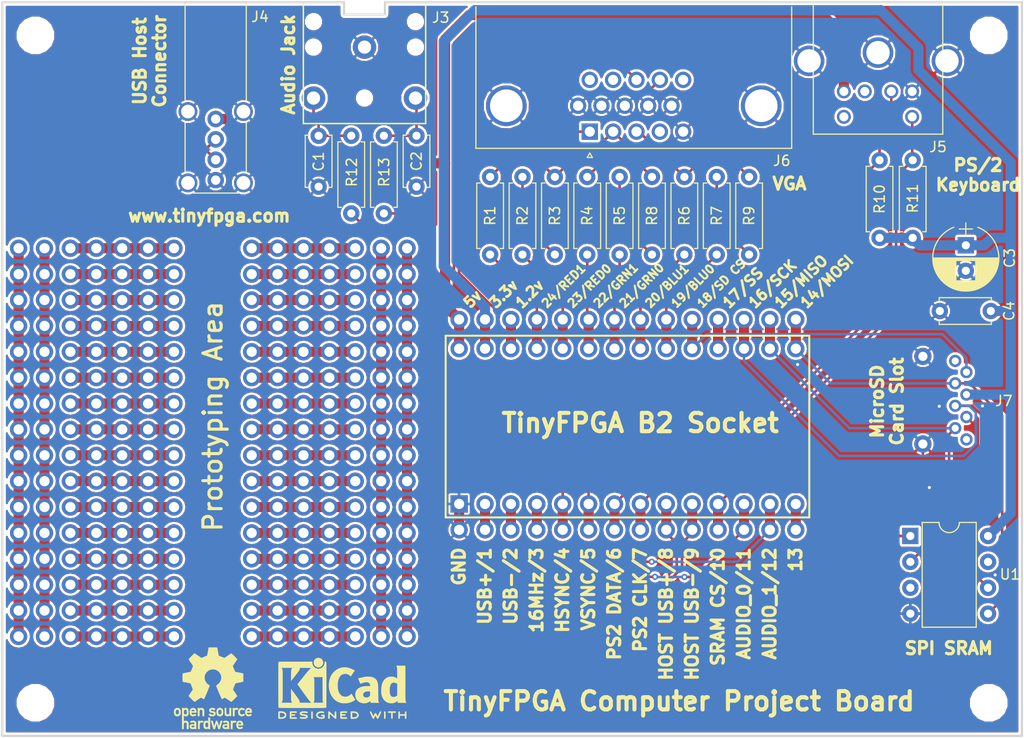
<source format=kicad_pcb>
(kicad_pcb (version 4) (host pcbnew 4.0.7)
  (layers (0 F.Cu signal) (31 B.Cu signal) (34 B.Paste user) (35 F.Paste user) (36 B.SilkS user) (37 F.SilkS user) (38 B.Mask user) (39 F.Mask user) (44 Edge.Cuts user))
  (net 0 "")
  (net 1 "Net-(J1-Pad2)")
  (net 2 "Net-(J1-Pad3)")
  (net 3 "Net-(J1-Pad4)")
  (net 4 "Net-(J1-Pad14)")
  (net 5 "Net-(J2-Pad3)")
  (net 6 "Net-(J2-Pad11)")
  (net 7 "Net-(J6-Pad1)")
  (net 8 "Net-(J6-Pad2)")
  (net 9 "Net-(J6-Pad3)")
  (net 10 "Net-(J6-Pad4)")
  (net 11 "Net-(J6-Pad11)")
  (net 12 "Net-(J6-Pad12)")
  (net 13 "Net-(J6-Pad15)")
  (net 14 "Net-(J5-Pad6)")
  (net 15 "Net-(J5-Pad2)")
  (net 16 HSYNC)
  (net 17 VSYNC)
  (net 18 RED1)
  (net 19 RED0)
  (net 20 GREEN1)
  (net 21 GREEN0)
  (net 22 BLUE1)
  (net 23 BLUE0)
  (net 24 GND)
  (net 25 "Net-(J7-Pad1)")
  (net 26 "Net-(R2-Pad1)")
  (net 27 "Net-(R5-Pad1)")
  (net 28 "Net-(R7-Pad1)")
  (net 29 +5V)
  (net 30 +3V3)
  (net 31 PS2_DATA)
  (net 32 PS2_CLK)
  (net 33 SDCARD_CS)
  (net 34 SCK)
  (net 35 MISO)
  (net 36 MOSI)
  (net 37 "Net-(J7-Pad8)")
  (net 38 USB_DP)
  (net 39 USB_DN)
  (net 40 SRAM_CS)
  (net 41 "Net-(U1-Pad3)")
  (net 42 "Net-(U1-Pad7)")
  (net 43 "Net-(C1-Pad1)")
  (net 44 "Net-(C2-Pad1)")
  (net 45 AUDIO_0)
  (net 46 AUDIO_1)
  (module Stereo_Jack_3.5mm_CUI_SJ1-3523N (layer F.Cu) (at 135.525 83.5 270)
    (fp_text reference J3 (at -2 -7.475 360) (layer F.SilkS))
    (fp_text value Audio-Jack-3)
    (pad 3 thru_hole circle (at 0.9 0 270) (size 2.3 2.3) (drill 1.3) (layers *.Cu *.Mask) (net 24 GND))
    (pad "" np_thru_hole circle (at 0.9 -5 270) (size 1.2 1.2) (drill 1.2) (layers *.Cu *.Mask))
    (pad "" np_thru_hole circle (at 0.9 5 270) (size 1.2 1.2) (drill 1.2) (layers *.Cu *.Mask))
    (pad 1 thru_hole circle (at 5.9 -5 270) (size 2.3 2.3) (drill 1.3) (layers *.Cu *.Mask) (net 44 "Net-(C2-Pad1)"))
    (pad "" np_thru_hole circle (at 5.9 0 270) (size 1.2 1.2) (drill 1.2) (layers *.Cu *.Mask))
    (pad 2 thru_hole circle (at 5.9 5 270) (size 2.3 2.3) (drill 1.3) (layers *.Cu *.Mask) (net 43 "Net-(C1-Pad1)"))
    (pad "" np_thru_hole circle (at -1.6 -5 270) (size 1.2 1.2) (drill 1.2) (layers *.Cu *.Mask))
    (pad "" np_thru_hole circle (at -1.6 5 270) (size 1.2 1.2) (drill 1.2) (layers *.Cu *.Mask))
  )
  (module Socket_Strips:Socket_Strip_Straight_1x14_Pitch2.54mm (layer F.Cu) (at 144.805 131.775 90)
    (fp_text reference J1 hide)
    (fp_text value Conn_01x14)
    (pad 1 thru_hole circle (at 0 0 90) (size 1.7 1.7) (drill 1) (layers *.Cu *.Mask) (net 24 GND))
    (pad 2 thru_hole oval (at 0 2.54 90) (size 1.7 1.7) (drill 1) (layers *.Cu *.Mask) (net 1 "Net-(J1-Pad2)"))
    (pad 3 thru_hole oval (at 0 5.08 90) (size 1.7 1.7) (drill 1) (layers *.Cu *.Mask) (net 2 "Net-(J1-Pad3)"))
    (pad 4 thru_hole oval (at 0 7.62 90) (size 1.7 1.7) (drill 1) (layers *.Cu *.Mask) (net 3 "Net-(J1-Pad4)"))
    (pad 5 thru_hole oval (at 0 10.16 90) (size 1.7 1.7) (drill 1) (layers *.Cu *.Mask) (net 16 HSYNC))
    (pad 6 thru_hole oval (at 0 12.7 90) (size 1.7 1.7) (drill 1) (layers *.Cu *.Mask) (net 17 VSYNC))
    (pad 7 thru_hole oval (at 0 15.24 90) (size 1.7 1.7) (drill 1) (layers *.Cu *.Mask) (net 31 PS2_DATA))
    (pad 8 thru_hole oval (at 0 17.78 90) (size 1.7 1.7) (drill 1) (layers *.Cu *.Mask) (net 32 PS2_CLK))
    (pad 9 thru_hole oval (at 0 20.32 90) (size 1.7 1.7) (drill 1) (layers *.Cu *.Mask) (net 38 USB_DP))
    (pad 10 thru_hole oval (at 0 22.86 90) (size 1.7 1.7) (drill 1) (layers *.Cu *.Mask) (net 39 USB_DN))
    (pad 11 thru_hole oval (at 0 25.4 90) (size 1.7 1.7) (drill 1) (layers *.Cu *.Mask) (net 40 SRAM_CS))
    (pad 12 thru_hole oval (at 0 27.94 90) (size 1.7 1.7) (drill 1) (layers *.Cu *.Mask) (net 45 AUDIO_0))
    (pad 13 thru_hole oval (at 0 30.48 90) (size 1.7 1.7) (drill 1) (layers *.Cu *.Mask) (net 46 AUDIO_1))
    (pad 14 thru_hole oval (at 0 33.02 90) (size 1.7 1.7) (drill 1) (layers *.Cu *.Mask) (net 4 "Net-(J1-Pad14)"))
  )
  (module 48204-0001_Molex_USB_A (layer F.Cu) (at 120.93 91.455)
    (fp_text reference J4 (at 4.345 -10.03) (layer F.SilkS))
    (fp_text value USB_A)
    (pad 1 thru_hole circle (at 0 0) (size 1.62 1.62) (drill 0.92) (layers *.Cu *.Mask) (net 29 +5V))
    (pad 2 thru_hole circle (at 0 2) (size 1.62 1.62) (drill 0.92) (layers *.Cu *.Mask) (net 39 USB_DN))
    (pad 3 thru_hole circle (at 0 4) (size 1.62 1.62) (drill 0.92) (layers *.Cu *.Mask) (net 38 USB_DP))
    (pad 5 thru_hole circle (at 2.72 -0.73) (size 1.85 1.85) (drill 1.35) (layers *.Cu *.Mask) (net 24 GND))
    (pad 4 thru_hole circle (at 0 6) (size 1.62 1.62) (drill 0.92) (layers *.Cu *.Mask) (net 24 GND))
    (pad 5 thru_hole circle (at 2.72 6.27) (size 1.85 1.85) (drill 1.35) (layers *.Cu *.Mask) (net 24 GND))
    (pad 5 thru_hole circle (at -2.72 -0.73) (size 1.85 1.85) (drill 1.35) (layers *.Cu *.Mask) (net 24 GND))
    (pad 5 thru_hole circle (at -2.72 6.27) (size 1.85 1.85) (drill 1.35) (layers *.Cu *.Mask) (net 24 GND))
  )
  (module Mini_din6 (layer F.Cu) (at 185.89 80.24)
    (fp_text reference J5 (at 5.885 13.96) (layer F.SilkS))
    (fp_text value Mini-DIN-6 hide)
    (pad 1 thru_hole circle (at 1.3 8.51 180) (size 1.3716 1.3716) (drill 0.89) (layers *.Cu *.Mask) (net 31 PS2_DATA))
    (pad 2 thru_hole circle (at -1.3 8.51 180) (size 1.3716 1.3716) (drill 0.89) (layers *.Cu *.Mask) (net 15 "Net-(J5-Pad2)"))
    (pad 6 thru_hole circle (at -3.35 11 180) (size 1.3716 1.3716) (drill 0.89) (layers *.Cu *.Mask) (net 14 "Net-(J5-Pad6)"))
    (pad 5 thru_hole circle (at 3.35 11 180) (size 1.3716 1.3716) (drill 0.89) (layers *.Cu *.Mask) (net 32 PS2_CLK))
    (pad 3 thru_hole circle (at 3.35 8.51 180) (size 1.3716 1.3716) (drill 0.89) (layers *.Cu *.Mask) (net 24 GND))
    (pad 4 thru_hole circle (at -3.35 8.51 180) (size 1.3716 1.3716) (drill 0.89) (layers *.Cu *.Mask) (net 29 +5V))
    (pad 3 thru_hole circle (at 0 4.7 180) (size 3 3) (drill 2.29) (layers *.Cu *.Mask) (net 24 GND))
    (pad 3 thru_hole circle (at -6.76 5.51 180) (size 3 3) (drill 2.29) (layers *.Cu *.Mask) (net 24 GND))
    (pad 3 thru_hole circle (at 6.76 5.51 180) (size 3 3) (drill 2.29) (layers *.Cu *.Mask) (net 24 GND))
  )
  (module Socket_Strips:Socket_Strip_Straight_1x14_Pitch2.54mm (layer F.Cu) (at 144.805 129.235 90)
    (fp_text reference J1 hide)
    (fp_text value Conn_01x14)
    (pad 1 thru_hole rect (at 0 0 90) (size 1.7 1.7) (drill 1) (layers *.Cu *.Mask) (net 24 GND))
    (pad 2 thru_hole oval (at 0 2.54 90) (size 1.7 1.7) (drill 1) (layers *.Cu *.Mask) (net 1 "Net-(J1-Pad2)"))
    (pad 3 thru_hole oval (at 0 5.08 90) (size 1.7 1.7) (drill 1) (layers *.Cu *.Mask) (net 2 "Net-(J1-Pad3)"))
    (pad 4 thru_hole oval (at 0 7.62 90) (size 1.7 1.7) (drill 1) (layers *.Cu *.Mask) (net 3 "Net-(J1-Pad4)"))
    (pad 5 thru_hole oval (at 0 10.16 90) (size 1.7 1.7) (drill 1) (layers *.Cu *.Mask) (net 16 HSYNC))
    (pad 6 thru_hole oval (at 0 12.7 90) (size 1.7 1.7) (drill 1) (layers *.Cu *.Mask) (net 17 VSYNC))
    (pad 7 thru_hole oval (at 0 15.24 90) (size 1.7 1.7) (drill 1) (layers *.Cu *.Mask) (net 31 PS2_DATA))
    (pad 8 thru_hole oval (at 0 17.78 90) (size 1.7 1.7) (drill 1) (layers *.Cu *.Mask) (net 32 PS2_CLK))
    (pad 9 thru_hole oval (at 0 20.32 90) (size 1.7 1.7) (drill 1) (layers *.Cu *.Mask) (net 38 USB_DP))
    (pad 10 thru_hole oval (at 0 22.86 90) (size 1.7 1.7) (drill 1) (layers *.Cu *.Mask) (net 39 USB_DN))
    (pad 11 thru_hole oval (at 0 25.4 90) (size 1.7 1.7) (drill 1) (layers *.Cu *.Mask) (net 40 SRAM_CS))
    (pad 12 thru_hole oval (at 0 27.94 90) (size 1.7 1.7) (drill 1) (layers *.Cu *.Mask) (net 45 AUDIO_0))
    (pad 13 thru_hole oval (at 0 30.48 90) (size 1.7 1.7) (drill 1) (layers *.Cu *.Mask) (net 46 AUDIO_1))
    (pad 14 thru_hole oval (at 0 33.02 90) (size 1.7 1.7) (drill 1) (layers *.Cu *.Mask) (net 4 "Net-(J1-Pad14)"))
  )
  (module Socket_Strips:Socket_Strip_Straight_1x14_Pitch2.54mm (layer F.Cu) (at 144.805 113.995 90)
    (fp_text reference J2 hide)
    (fp_text value Conn_01x14)
    (pad 1 thru_hole circle (at 0 0 90) (size 1.7 1.7) (drill 1) (layers *.Cu *.Mask) (net 29 +5V))
    (pad 2 thru_hole oval (at 0 2.54 90) (size 1.7 1.7) (drill 1) (layers *.Cu *.Mask) (net 30 +3V3))
    (pad 3 thru_hole oval (at 0 5.08 90) (size 1.7 1.7) (drill 1) (layers *.Cu *.Mask) (net 5 "Net-(J2-Pad3)"))
    (pad 4 thru_hole oval (at 0 7.62 90) (size 1.7 1.7) (drill 1) (layers *.Cu *.Mask) (net 18 RED1))
    (pad 5 thru_hole oval (at 0 10.16 90) (size 1.7 1.7) (drill 1) (layers *.Cu *.Mask) (net 19 RED0))
    (pad 6 thru_hole oval (at 0 12.7 90) (size 1.7 1.7) (drill 1) (layers *.Cu *.Mask) (net 20 GREEN1))
    (pad 7 thru_hole oval (at 0 15.24 90) (size 1.7 1.7) (drill 1) (layers *.Cu *.Mask) (net 21 GREEN0))
    (pad 8 thru_hole oval (at 0 17.78 90) (size 1.7 1.7) (drill 1) (layers *.Cu *.Mask) (net 22 BLUE1))
    (pad 9 thru_hole oval (at 0 20.32 90) (size 1.7 1.7) (drill 1) (layers *.Cu *.Mask) (net 23 BLUE0))
    (pad 10 thru_hole oval (at 0 22.86 90) (size 1.7 1.7) (drill 1) (layers *.Cu *.Mask) (net 33 SDCARD_CS))
    (pad 11 thru_hole oval (at 0 25.4 90) (size 1.7 1.7) (drill 1) (layers *.Cu *.Mask) (net 6 "Net-(J2-Pad11)"))
    (pad 12 thru_hole oval (at 0 27.94 90) (size 1.7 1.7) (drill 1) (layers *.Cu *.Mask) (net 34 SCK))
    (pad 13 thru_hole oval (at 0 30.48 90) (size 1.7 1.7) (drill 1) (layers *.Cu *.Mask) (net 35 MISO))
    (pad 14 thru_hole oval (at 0 33.02 90) (size 1.7 1.7) (drill 1) (layers *.Cu *.Mask) (net 36 MOSI))
  )
  (module Socket_Strips:Socket_Strip_Straight_1x14_Pitch2.54mm (layer F.Cu) (at 144.805 111.125 90)
    (fp_text reference J2 hide)
    (fp_text value Conn_01x14 hide)
    (pad 1 thru_hole circle (at 0 0 90) (size 1.7 1.7) (drill 1) (layers *.Cu *.Mask) (net 29 +5V))
    (pad 2 thru_hole oval (at 0 2.54 90) (size 1.7 1.7) (drill 1) (layers *.Cu *.Mask) (net 30 +3V3))
    (pad 3 thru_hole oval (at 0 5.08 90) (size 1.7 1.7) (drill 1) (layers *.Cu *.Mask) (net 5 "Net-(J2-Pad3)"))
    (pad 4 thru_hole oval (at 0 7.62 90) (size 1.7 1.7) (drill 1) (layers *.Cu *.Mask) (net 18 RED1))
    (pad 5 thru_hole oval (at 0 10.16 90) (size 1.7 1.7) (drill 1) (layers *.Cu *.Mask) (net 19 RED0))
    (pad 6 thru_hole oval (at 0 12.7 90) (size 1.7 1.7) (drill 1) (layers *.Cu *.Mask) (net 20 GREEN1))
    (pad 7 thru_hole oval (at 0 15.24 90) (size 1.7 1.7) (drill 1) (layers *.Cu *.Mask) (net 21 GREEN0))
    (pad 8 thru_hole oval (at 0 17.78 90) (size 1.7 1.7) (drill 1) (layers *.Cu *.Mask) (net 22 BLUE1))
    (pad 9 thru_hole oval (at 0 20.32 90) (size 1.7 1.7) (drill 1) (layers *.Cu *.Mask) (net 23 BLUE0))
    (pad 10 thru_hole oval (at 0 22.86 90) (size 1.7 1.7) (drill 1) (layers *.Cu *.Mask) (net 33 SDCARD_CS))
    (pad 11 thru_hole oval (at 0 25.4 90) (size 1.7 1.7) (drill 1) (layers *.Cu *.Mask) (net 6 "Net-(J2-Pad11)"))
    (pad 12 thru_hole oval (at 0 27.94 90) (size 1.7 1.7) (drill 1) (layers *.Cu *.Mask) (net 34 SCK))
    (pad 13 thru_hole oval (at 0 30.48 90) (size 1.7 1.7) (drill 1) (layers *.Cu *.Mask) (net 35 MISO))
    (pad 14 thru_hole oval (at 0 33.02 90) (size 1.7 1.7) (drill 1) (layers *.Cu *.Mask) (net 36 MOSI))
  )
  (module Pin_Headers:Pin_Header_Straight_1x16_Pitch2.54mm (layer F.Cu) (at 139.7 104.14)
    (fp_text reference R hide)
    (fp_text value "" hide)
    (pad 1 thru_hole circle (at 0 0) (size 1.7 1.7) (drill 1) (layers *.Cu *.Mask))
    (pad 2 thru_hole oval (at 0 2.54) (size 1.7 1.7) (drill 1) (layers *.Cu *.Mask))
    (pad 3 thru_hole oval (at 0 5.08) (size 1.7 1.7) (drill 1) (layers *.Cu *.Mask))
    (pad 4 thru_hole oval (at 0 7.62) (size 1.7 1.7) (drill 1) (layers *.Cu *.Mask))
    (pad 5 thru_hole oval (at 0 10.16) (size 1.7 1.7) (drill 1) (layers *.Cu *.Mask))
    (pad 6 thru_hole oval (at 0 12.7) (size 1.7 1.7) (drill 1) (layers *.Cu *.Mask))
    (pad 7 thru_hole oval (at 0 15.24) (size 1.7 1.7) (drill 1) (layers *.Cu *.Mask))
    (pad 8 thru_hole oval (at 0 17.78) (size 1.7 1.7) (drill 1) (layers *.Cu *.Mask))
    (pad 9 thru_hole oval (at 0 20.32) (size 1.7 1.7) (drill 1) (layers *.Cu *.Mask))
    (pad 10 thru_hole oval (at 0 22.86) (size 1.7 1.7) (drill 1) (layers *.Cu *.Mask))
    (pad 11 thru_hole oval (at 0 25.4) (size 1.7 1.7) (drill 1) (layers *.Cu *.Mask))
    (pad 12 thru_hole oval (at 0 27.94) (size 1.7 1.7) (drill 1) (layers *.Cu *.Mask))
    (pad 13 thru_hole oval (at 0 30.48) (size 1.7 1.7) (drill 1) (layers *.Cu *.Mask))
    (pad 14 thru_hole oval (at 0 33.02) (size 1.7 1.7) (drill 1) (layers *.Cu *.Mask))
    (pad 15 thru_hole oval (at 0 35.56) (size 1.7 1.7) (drill 1) (layers *.Cu *.Mask))
    (pad 16 thru_hole oval (at 0 38.1) (size 1.7 1.7) (drill 1) (layers *.Cu *.Mask))
  )
  (module Pin_Headers:Pin_Header_Straight_1x16_Pitch2.54mm (layer F.Cu) (at 137.16 104.14)
    (fp_text reference R hide)
    (fp_text value "" hide)
    (pad 1 thru_hole circle (at 0 0) (size 1.7 1.7) (drill 1) (layers *.Cu *.Mask))
    (pad 2 thru_hole oval (at 0 2.54) (size 1.7 1.7) (drill 1) (layers *.Cu *.Mask))
    (pad 3 thru_hole oval (at 0 5.08) (size 1.7 1.7) (drill 1) (layers *.Cu *.Mask))
    (pad 4 thru_hole oval (at 0 7.62) (size 1.7 1.7) (drill 1) (layers *.Cu *.Mask))
    (pad 5 thru_hole oval (at 0 10.16) (size 1.7 1.7) (drill 1) (layers *.Cu *.Mask))
    (pad 6 thru_hole oval (at 0 12.7) (size 1.7 1.7) (drill 1) (layers *.Cu *.Mask))
    (pad 7 thru_hole oval (at 0 15.24) (size 1.7 1.7) (drill 1) (layers *.Cu *.Mask))
    (pad 8 thru_hole oval (at 0 17.78) (size 1.7 1.7) (drill 1) (layers *.Cu *.Mask))
    (pad 9 thru_hole oval (at 0 20.32) (size 1.7 1.7) (drill 1) (layers *.Cu *.Mask))
    (pad 10 thru_hole oval (at 0 22.86) (size 1.7 1.7) (drill 1) (layers *.Cu *.Mask))
    (pad 11 thru_hole oval (at 0 25.4) (size 1.7 1.7) (drill 1) (layers *.Cu *.Mask))
    (pad 12 thru_hole oval (at 0 27.94) (size 1.7 1.7) (drill 1) (layers *.Cu *.Mask))
    (pad 13 thru_hole oval (at 0 30.48) (size 1.7 1.7) (drill 1) (layers *.Cu *.Mask))
    (pad 14 thru_hole oval (at 0 33.02) (size 1.7 1.7) (drill 1) (layers *.Cu *.Mask))
    (pad 15 thru_hole oval (at 0 35.56) (size 1.7 1.7) (drill 1) (layers *.Cu *.Mask))
    (pad 16 thru_hole oval (at 0 38.1) (size 1.7 1.7) (drill 1) (layers *.Cu *.Mask))
  )
  (module Pin_Headers:Pin_Header_Straight_1x16_Pitch2.54mm (layer F.Cu) (at 101.6 104.14)
    (fp_text reference R hide)
    (fp_text value "" hide)
    (pad 1 thru_hole circle (at 0 0) (size 1.7 1.7) (drill 1) (layers *.Cu *.Mask))
    (pad 2 thru_hole oval (at 0 2.54) (size 1.7 1.7) (drill 1) (layers *.Cu *.Mask))
    (pad 3 thru_hole oval (at 0 5.08) (size 1.7 1.7) (drill 1) (layers *.Cu *.Mask))
    (pad 4 thru_hole oval (at 0 7.62) (size 1.7 1.7) (drill 1) (layers *.Cu *.Mask))
    (pad 5 thru_hole oval (at 0 10.16) (size 1.7 1.7) (drill 1) (layers *.Cu *.Mask))
    (pad 6 thru_hole oval (at 0 12.7) (size 1.7 1.7) (drill 1) (layers *.Cu *.Mask))
    (pad 7 thru_hole oval (at 0 15.24) (size 1.7 1.7) (drill 1) (layers *.Cu *.Mask))
    (pad 8 thru_hole oval (at 0 17.78) (size 1.7 1.7) (drill 1) (layers *.Cu *.Mask))
    (pad 9 thru_hole oval (at 0 20.32) (size 1.7 1.7) (drill 1) (layers *.Cu *.Mask))
    (pad 10 thru_hole oval (at 0 22.86) (size 1.7 1.7) (drill 1) (layers *.Cu *.Mask))
    (pad 11 thru_hole oval (at 0 25.4) (size 1.7 1.7) (drill 1) (layers *.Cu *.Mask))
    (pad 12 thru_hole oval (at 0 27.94) (size 1.7 1.7) (drill 1) (layers *.Cu *.Mask))
    (pad 13 thru_hole oval (at 0 30.48) (size 1.7 1.7) (drill 1) (layers *.Cu *.Mask))
    (pad 14 thru_hole oval (at 0 33.02) (size 1.7 1.7) (drill 1) (layers *.Cu *.Mask))
    (pad 15 thru_hole oval (at 0 35.56) (size 1.7 1.7) (drill 1) (layers *.Cu *.Mask))
    (pad 16 thru_hole oval (at 0 38.1) (size 1.7 1.7) (drill 1) (layers *.Cu *.Mask))
  )
  (module Pin_Headers:Pin_Header_Straight_1x16_Pitch2.54mm (layer F.Cu) (at 104.14 104.14)
    (fp_text reference R hide)
    (fp_text value "" hide)
    (pad 1 thru_hole circle (at 0 0) (size 1.7 1.7) (drill 1) (layers *.Cu *.Mask))
    (pad 2 thru_hole oval (at 0 2.54) (size 1.7 1.7) (drill 1) (layers *.Cu *.Mask))
    (pad 3 thru_hole oval (at 0 5.08) (size 1.7 1.7) (drill 1) (layers *.Cu *.Mask))
    (pad 4 thru_hole oval (at 0 7.62) (size 1.7 1.7) (drill 1) (layers *.Cu *.Mask))
    (pad 5 thru_hole oval (at 0 10.16) (size 1.7 1.7) (drill 1) (layers *.Cu *.Mask))
    (pad 6 thru_hole oval (at 0 12.7) (size 1.7 1.7) (drill 1) (layers *.Cu *.Mask))
    (pad 7 thru_hole oval (at 0 15.24) (size 1.7 1.7) (drill 1) (layers *.Cu *.Mask))
    (pad 8 thru_hole oval (at 0 17.78) (size 1.7 1.7) (drill 1) (layers *.Cu *.Mask))
    (pad 9 thru_hole oval (at 0 20.32) (size 1.7 1.7) (drill 1) (layers *.Cu *.Mask))
    (pad 10 thru_hole oval (at 0 22.86) (size 1.7 1.7) (drill 1) (layers *.Cu *.Mask))
    (pad 11 thru_hole oval (at 0 25.4) (size 1.7 1.7) (drill 1) (layers *.Cu *.Mask))
    (pad 12 thru_hole oval (at 0 27.94) (size 1.7 1.7) (drill 1) (layers *.Cu *.Mask))
    (pad 13 thru_hole oval (at 0 30.48) (size 1.7 1.7) (drill 1) (layers *.Cu *.Mask))
    (pad 14 thru_hole oval (at 0 33.02) (size 1.7 1.7) (drill 1) (layers *.Cu *.Mask))
    (pad 15 thru_hole oval (at 0 35.56) (size 1.7 1.7) (drill 1) (layers *.Cu *.Mask))
    (pad 16 thru_hole oval (at 0 38.1) (size 1.7 1.7) (drill 1) (layers *.Cu *.Mask))
  )
  (module Pin_Headers:Pin_Header_Straight_1x16_Pitch2.54mm (layer F.Cu) (at 106.68 104.14)
    (fp_text reference L hide)
    (fp_text value "" hide)
    (pad 1 thru_hole circle (at 0 0) (size 1.7 1.7) (drill 1) (layers *.Cu *.Mask))
    (pad 2 thru_hole oval (at 0 2.54) (size 1.7 1.7) (drill 1) (layers *.Cu *.Mask))
    (pad 3 thru_hole oval (at 0 5.08) (size 1.7 1.7) (drill 1) (layers *.Cu *.Mask))
    (pad 4 thru_hole oval (at 0 7.62) (size 1.7 1.7) (drill 1) (layers *.Cu *.Mask))
    (pad 5 thru_hole oval (at 0 10.16) (size 1.7 1.7) (drill 1) (layers *.Cu *.Mask))
    (pad 6 thru_hole oval (at 0 12.7) (size 1.7 1.7) (drill 1) (layers *.Cu *.Mask))
    (pad 7 thru_hole oval (at 0 15.24) (size 1.7 1.7) (drill 1) (layers *.Cu *.Mask))
    (pad 8 thru_hole oval (at 0 17.78) (size 1.7 1.7) (drill 1) (layers *.Cu *.Mask))
    (pad 9 thru_hole oval (at 0 20.32) (size 1.7 1.7) (drill 1) (layers *.Cu *.Mask))
    (pad 10 thru_hole oval (at 0 22.86) (size 1.7 1.7) (drill 1) (layers *.Cu *.Mask))
    (pad 11 thru_hole oval (at 0 25.4) (size 1.7 1.7) (drill 1) (layers *.Cu *.Mask))
    (pad 12 thru_hole oval (at 0 27.94) (size 1.7 1.7) (drill 1) (layers *.Cu *.Mask))
    (pad 13 thru_hole oval (at 0 30.48) (size 1.7 1.7) (drill 1) (layers *.Cu *.Mask))
    (pad 14 thru_hole oval (at 0 33.02) (size 1.7 1.7) (drill 1) (layers *.Cu *.Mask))
    (pad 15 thru_hole oval (at 0 35.56) (size 1.7 1.7) (drill 1) (layers *.Cu *.Mask))
    (pad 16 thru_hole oval (at 0 38.1) (size 1.7 1.7) (drill 1) (layers *.Cu *.Mask))
  )
  (module Pin_Headers:Pin_Header_Straight_1x16_Pitch2.54mm (layer F.Cu) (at 109.22 104.14)
    (fp_text reference L hide)
    (fp_text value "" hide)
    (pad 1 thru_hole circle (at 0 0) (size 1.7 1.7) (drill 1) (layers *.Cu *.Mask))
    (pad 2 thru_hole oval (at 0 2.54) (size 1.7 1.7) (drill 1) (layers *.Cu *.Mask))
    (pad 3 thru_hole oval (at 0 5.08) (size 1.7 1.7) (drill 1) (layers *.Cu *.Mask))
    (pad 4 thru_hole oval (at 0 7.62) (size 1.7 1.7) (drill 1) (layers *.Cu *.Mask))
    (pad 5 thru_hole oval (at 0 10.16) (size 1.7 1.7) (drill 1) (layers *.Cu *.Mask))
    (pad 6 thru_hole oval (at 0 12.7) (size 1.7 1.7) (drill 1) (layers *.Cu *.Mask))
    (pad 7 thru_hole oval (at 0 15.24) (size 1.7 1.7) (drill 1) (layers *.Cu *.Mask))
    (pad 8 thru_hole oval (at 0 17.78) (size 1.7 1.7) (drill 1) (layers *.Cu *.Mask))
    (pad 9 thru_hole oval (at 0 20.32) (size 1.7 1.7) (drill 1) (layers *.Cu *.Mask))
    (pad 10 thru_hole oval (at 0 22.86) (size 1.7 1.7) (drill 1) (layers *.Cu *.Mask))
    (pad 11 thru_hole oval (at 0 25.4) (size 1.7 1.7) (drill 1) (layers *.Cu *.Mask))
    (pad 12 thru_hole oval (at 0 27.94) (size 1.7 1.7) (drill 1) (layers *.Cu *.Mask))
    (pad 13 thru_hole oval (at 0 30.48) (size 1.7 1.7) (drill 1) (layers *.Cu *.Mask))
    (pad 14 thru_hole oval (at 0 33.02) (size 1.7 1.7) (drill 1) (layers *.Cu *.Mask))
    (pad 15 thru_hole oval (at 0 35.56) (size 1.7 1.7) (drill 1) (layers *.Cu *.Mask))
    (pad 16 thru_hole oval (at 0 38.1) (size 1.7 1.7) (drill 1) (layers *.Cu *.Mask))
  )
  (module Pin_Headers:Pin_Header_Straight_1x16_Pitch2.54mm (layer F.Cu) (at 111.76 104.14)
    (fp_text reference L hide)
    (fp_text value "" hide)
    (pad 1 thru_hole circle (at 0 0) (size 1.7 1.7) (drill 1) (layers *.Cu *.Mask))
    (pad 2 thru_hole oval (at 0 2.54) (size 1.7 1.7) (drill 1) (layers *.Cu *.Mask))
    (pad 3 thru_hole oval (at 0 5.08) (size 1.7 1.7) (drill 1) (layers *.Cu *.Mask))
    (pad 4 thru_hole oval (at 0 7.62) (size 1.7 1.7) (drill 1) (layers *.Cu *.Mask))
    (pad 5 thru_hole oval (at 0 10.16) (size 1.7 1.7) (drill 1) (layers *.Cu *.Mask))
    (pad 6 thru_hole oval (at 0 12.7) (size 1.7 1.7) (drill 1) (layers *.Cu *.Mask))
    (pad 7 thru_hole oval (at 0 15.24) (size 1.7 1.7) (drill 1) (layers *.Cu *.Mask))
    (pad 8 thru_hole oval (at 0 17.78) (size 1.7 1.7) (drill 1) (layers *.Cu *.Mask))
    (pad 9 thru_hole oval (at 0 20.32) (size 1.7 1.7) (drill 1) (layers *.Cu *.Mask))
    (pad 10 thru_hole oval (at 0 22.86) (size 1.7 1.7) (drill 1) (layers *.Cu *.Mask))
    (pad 11 thru_hole oval (at 0 25.4) (size 1.7 1.7) (drill 1) (layers *.Cu *.Mask))
    (pad 12 thru_hole oval (at 0 27.94) (size 1.7 1.7) (drill 1) (layers *.Cu *.Mask))
    (pad 13 thru_hole oval (at 0 30.48) (size 1.7 1.7) (drill 1) (layers *.Cu *.Mask))
    (pad 14 thru_hole oval (at 0 33.02) (size 1.7 1.7) (drill 1) (layers *.Cu *.Mask))
    (pad 15 thru_hole oval (at 0 35.56) (size 1.7 1.7) (drill 1) (layers *.Cu *.Mask))
    (pad 16 thru_hole oval (at 0 38.1) (size 1.7 1.7) (drill 1) (layers *.Cu *.Mask))
  )
  (module Pin_Headers:Pin_Header_Straight_1x16_Pitch2.54mm (layer F.Cu) (at 114.3 104.14)
    (fp_text reference L hide)
    (fp_text value "" hide)
    (pad 1 thru_hole circle (at 0 0) (size 1.7 1.7) (drill 1) (layers *.Cu *.Mask))
    (pad 2 thru_hole oval (at 0 2.54) (size 1.7 1.7) (drill 1) (layers *.Cu *.Mask))
    (pad 3 thru_hole oval (at 0 5.08) (size 1.7 1.7) (drill 1) (layers *.Cu *.Mask))
    (pad 4 thru_hole oval (at 0 7.62) (size 1.7 1.7) (drill 1) (layers *.Cu *.Mask))
    (pad 5 thru_hole oval (at 0 10.16) (size 1.7 1.7) (drill 1) (layers *.Cu *.Mask))
    (pad 6 thru_hole oval (at 0 12.7) (size 1.7 1.7) (drill 1) (layers *.Cu *.Mask))
    (pad 7 thru_hole oval (at 0 15.24) (size 1.7 1.7) (drill 1) (layers *.Cu *.Mask))
    (pad 8 thru_hole oval (at 0 17.78) (size 1.7 1.7) (drill 1) (layers *.Cu *.Mask))
    (pad 9 thru_hole oval (at 0 20.32) (size 1.7 1.7) (drill 1) (layers *.Cu *.Mask))
    (pad 10 thru_hole oval (at 0 22.86) (size 1.7 1.7) (drill 1) (layers *.Cu *.Mask))
    (pad 11 thru_hole oval (at 0 25.4) (size 1.7 1.7) (drill 1) (layers *.Cu *.Mask))
    (pad 12 thru_hole oval (at 0 27.94) (size 1.7 1.7) (drill 1) (layers *.Cu *.Mask))
    (pad 13 thru_hole oval (at 0 30.48) (size 1.7 1.7) (drill 1) (layers *.Cu *.Mask))
    (pad 14 thru_hole oval (at 0 33.02) (size 1.7 1.7) (drill 1) (layers *.Cu *.Mask))
    (pad 15 thru_hole oval (at 0 35.56) (size 1.7 1.7) (drill 1) (layers *.Cu *.Mask))
    (pad 16 thru_hole oval (at 0 38.1) (size 1.7 1.7) (drill 1) (layers *.Cu *.Mask))
  )
  (module Pin_Headers:Pin_Header_Straight_1x16_Pitch2.54mm (layer F.Cu) (at 134.62 104.14)
    (fp_text reference R hide)
    (fp_text value "" hide)
    (pad 1 thru_hole circle (at 0 0) (size 1.7 1.7) (drill 1) (layers *.Cu *.Mask))
    (pad 2 thru_hole oval (at 0 2.54) (size 1.7 1.7) (drill 1) (layers *.Cu *.Mask))
    (pad 3 thru_hole oval (at 0 5.08) (size 1.7 1.7) (drill 1) (layers *.Cu *.Mask))
    (pad 4 thru_hole oval (at 0 7.62) (size 1.7 1.7) (drill 1) (layers *.Cu *.Mask))
    (pad 5 thru_hole oval (at 0 10.16) (size 1.7 1.7) (drill 1) (layers *.Cu *.Mask))
    (pad 6 thru_hole oval (at 0 12.7) (size 1.7 1.7) (drill 1) (layers *.Cu *.Mask))
    (pad 7 thru_hole oval (at 0 15.24) (size 1.7 1.7) (drill 1) (layers *.Cu *.Mask))
    (pad 8 thru_hole oval (at 0 17.78) (size 1.7 1.7) (drill 1) (layers *.Cu *.Mask))
    (pad 9 thru_hole oval (at 0 20.32) (size 1.7 1.7) (drill 1) (layers *.Cu *.Mask))
    (pad 10 thru_hole oval (at 0 22.86) (size 1.7 1.7) (drill 1) (layers *.Cu *.Mask))
    (pad 11 thru_hole oval (at 0 25.4) (size 1.7 1.7) (drill 1) (layers *.Cu *.Mask))
    (pad 12 thru_hole oval (at 0 27.94) (size 1.7 1.7) (drill 1) (layers *.Cu *.Mask))
    (pad 13 thru_hole oval (at 0 30.48) (size 1.7 1.7) (drill 1) (layers *.Cu *.Mask))
    (pad 14 thru_hole oval (at 0 33.02) (size 1.7 1.7) (drill 1) (layers *.Cu *.Mask))
    (pad 15 thru_hole oval (at 0 35.56) (size 1.7 1.7) (drill 1) (layers *.Cu *.Mask))
    (pad 16 thru_hole oval (at 0 38.1) (size 1.7 1.7) (drill 1) (layers *.Cu *.Mask))
  )
  (module Pin_Headers:Pin_Header_Straight_1x16_Pitch2.54mm (layer F.Cu) (at 132.08 104.14)
    (fp_text reference R hide)
    (fp_text value "" hide)
    (pad 1 thru_hole circle (at 0 0) (size 1.7 1.7) (drill 1) (layers *.Cu *.Mask))
    (pad 2 thru_hole oval (at 0 2.54) (size 1.7 1.7) (drill 1) (layers *.Cu *.Mask))
    (pad 3 thru_hole oval (at 0 5.08) (size 1.7 1.7) (drill 1) (layers *.Cu *.Mask))
    (pad 4 thru_hole oval (at 0 7.62) (size 1.7 1.7) (drill 1) (layers *.Cu *.Mask))
    (pad 5 thru_hole oval (at 0 10.16) (size 1.7 1.7) (drill 1) (layers *.Cu *.Mask))
    (pad 6 thru_hole oval (at 0 12.7) (size 1.7 1.7) (drill 1) (layers *.Cu *.Mask))
    (pad 7 thru_hole oval (at 0 15.24) (size 1.7 1.7) (drill 1) (layers *.Cu *.Mask))
    (pad 8 thru_hole oval (at 0 17.78) (size 1.7 1.7) (drill 1) (layers *.Cu *.Mask))
    (pad 9 thru_hole oval (at 0 20.32) (size 1.7 1.7) (drill 1) (layers *.Cu *.Mask))
    (pad 10 thru_hole oval (at 0 22.86) (size 1.7 1.7) (drill 1) (layers *.Cu *.Mask))
    (pad 11 thru_hole oval (at 0 25.4) (size 1.7 1.7) (drill 1) (layers *.Cu *.Mask))
    (pad 12 thru_hole oval (at 0 27.94) (size 1.7 1.7) (drill 1) (layers *.Cu *.Mask))
    (pad 13 thru_hole oval (at 0 30.48) (size 1.7 1.7) (drill 1) (layers *.Cu *.Mask))
    (pad 14 thru_hole oval (at 0 33.02) (size 1.7 1.7) (drill 1) (layers *.Cu *.Mask))
    (pad 15 thru_hole oval (at 0 35.56) (size 1.7 1.7) (drill 1) (layers *.Cu *.Mask))
    (pad 16 thru_hole oval (at 0 38.1) (size 1.7 1.7) (drill 1) (layers *.Cu *.Mask))
  )
  (module Pin_Headers:Pin_Header_Straight_1x16_Pitch2.54mm (layer F.Cu) (at 129.54 104.14)
    (fp_text reference R hide)
    (fp_text value "" hide)
    (pad 1 thru_hole circle (at 0 0) (size 1.7 1.7) (drill 1) (layers *.Cu *.Mask))
    (pad 2 thru_hole oval (at 0 2.54) (size 1.7 1.7) (drill 1) (layers *.Cu *.Mask))
    (pad 3 thru_hole oval (at 0 5.08) (size 1.7 1.7) (drill 1) (layers *.Cu *.Mask))
    (pad 4 thru_hole oval (at 0 7.62) (size 1.7 1.7) (drill 1) (layers *.Cu *.Mask))
    (pad 5 thru_hole oval (at 0 10.16) (size 1.7 1.7) (drill 1) (layers *.Cu *.Mask))
    (pad 6 thru_hole oval (at 0 12.7) (size 1.7 1.7) (drill 1) (layers *.Cu *.Mask))
    (pad 7 thru_hole oval (at 0 15.24) (size 1.7 1.7) (drill 1) (layers *.Cu *.Mask))
    (pad 8 thru_hole oval (at 0 17.78) (size 1.7 1.7) (drill 1) (layers *.Cu *.Mask))
    (pad 9 thru_hole oval (at 0 20.32) (size 1.7 1.7) (drill 1) (layers *.Cu *.Mask))
    (pad 10 thru_hole oval (at 0 22.86) (size 1.7 1.7) (drill 1) (layers *.Cu *.Mask))
    (pad 11 thru_hole oval (at 0 25.4) (size 1.7 1.7) (drill 1) (layers *.Cu *.Mask))
    (pad 12 thru_hole oval (at 0 27.94) (size 1.7 1.7) (drill 1) (layers *.Cu *.Mask))
    (pad 13 thru_hole oval (at 0 30.48) (size 1.7 1.7) (drill 1) (layers *.Cu *.Mask))
    (pad 14 thru_hole oval (at 0 33.02) (size 1.7 1.7) (drill 1) (layers *.Cu *.Mask))
    (pad 15 thru_hole oval (at 0 35.56) (size 1.7 1.7) (drill 1) (layers *.Cu *.Mask))
    (pad 16 thru_hole oval (at 0 38.1) (size 1.7 1.7) (drill 1) (layers *.Cu *.Mask))
  )
  (module Pin_Headers:Pin_Header_Straight_1x16_Pitch2.54mm (layer F.Cu) (at 127 104.14)
    (fp_text reference R hide)
    (fp_text value "" hide)
    (pad 1 thru_hole circle (at 0 0) (size 1.7 1.7) (drill 1) (layers *.Cu *.Mask))
    (pad 2 thru_hole oval (at 0 2.54) (size 1.7 1.7) (drill 1) (layers *.Cu *.Mask))
    (pad 3 thru_hole oval (at 0 5.08) (size 1.7 1.7) (drill 1) (layers *.Cu *.Mask))
    (pad 4 thru_hole oval (at 0 7.62) (size 1.7 1.7) (drill 1) (layers *.Cu *.Mask))
    (pad 5 thru_hole oval (at 0 10.16) (size 1.7 1.7) (drill 1) (layers *.Cu *.Mask))
    (pad 6 thru_hole oval (at 0 12.7) (size 1.7 1.7) (drill 1) (layers *.Cu *.Mask))
    (pad 7 thru_hole oval (at 0 15.24) (size 1.7 1.7) (drill 1) (layers *.Cu *.Mask))
    (pad 8 thru_hole oval (at 0 17.78) (size 1.7 1.7) (drill 1) (layers *.Cu *.Mask))
    (pad 9 thru_hole oval (at 0 20.32) (size 1.7 1.7) (drill 1) (layers *.Cu *.Mask))
    (pad 10 thru_hole oval (at 0 22.86) (size 1.7 1.7) (drill 1) (layers *.Cu *.Mask))
    (pad 11 thru_hole oval (at 0 25.4) (size 1.7 1.7) (drill 1) (layers *.Cu *.Mask))
    (pad 12 thru_hole oval (at 0 27.94) (size 1.7 1.7) (drill 1) (layers *.Cu *.Mask))
    (pad 13 thru_hole oval (at 0 30.48) (size 1.7 1.7) (drill 1) (layers *.Cu *.Mask))
    (pad 14 thru_hole oval (at 0 33.02) (size 1.7 1.7) (drill 1) (layers *.Cu *.Mask))
    (pad 15 thru_hole oval (at 0 35.56) (size 1.7 1.7) (drill 1) (layers *.Cu *.Mask))
    (pad 16 thru_hole oval (at 0 38.1) (size 1.7 1.7) (drill 1) (layers *.Cu *.Mask))
  )
  (module Pin_Headers:Pin_Header_Straight_1x16_Pitch2.54mm (layer F.Cu) (at 124.46 104.14)
    (fp_text reference R hide)
    (fp_text value "" hide)
    (pad 1 thru_hole circle (at 0 0) (size 1.7 1.7) (drill 1) (layers *.Cu *.Mask))
    (pad 2 thru_hole oval (at 0 2.54) (size 1.7 1.7) (drill 1) (layers *.Cu *.Mask))
    (pad 3 thru_hole oval (at 0 5.08) (size 1.7 1.7) (drill 1) (layers *.Cu *.Mask))
    (pad 4 thru_hole oval (at 0 7.62) (size 1.7 1.7) (drill 1) (layers *.Cu *.Mask))
    (pad 5 thru_hole oval (at 0 10.16) (size 1.7 1.7) (drill 1) (layers *.Cu *.Mask))
    (pad 6 thru_hole oval (at 0 12.7) (size 1.7 1.7) (drill 1) (layers *.Cu *.Mask))
    (pad 7 thru_hole oval (at 0 15.24) (size 1.7 1.7) (drill 1) (layers *.Cu *.Mask))
    (pad 8 thru_hole oval (at 0 17.78) (size 1.7 1.7) (drill 1) (layers *.Cu *.Mask))
    (pad 9 thru_hole oval (at 0 20.32) (size 1.7 1.7) (drill 1) (layers *.Cu *.Mask))
    (pad 10 thru_hole oval (at 0 22.86) (size 1.7 1.7) (drill 1) (layers *.Cu *.Mask))
    (pad 11 thru_hole oval (at 0 25.4) (size 1.7 1.7) (drill 1) (layers *.Cu *.Mask))
    (pad 12 thru_hole oval (at 0 27.94) (size 1.7 1.7) (drill 1) (layers *.Cu *.Mask))
    (pad 13 thru_hole oval (at 0 30.48) (size 1.7 1.7) (drill 1) (layers *.Cu *.Mask))
    (pad 14 thru_hole oval (at 0 33.02) (size 1.7 1.7) (drill 1) (layers *.Cu *.Mask))
    (pad 15 thru_hole oval (at 0 35.56) (size 1.7 1.7) (drill 1) (layers *.Cu *.Mask))
    (pad 16 thru_hole oval (at 0 38.1) (size 1.7 1.7) (drill 1) (layers *.Cu *.Mask))
  )
  (module Pin_Headers:Pin_Header_Straight_1x16_Pitch2.54mm (layer F.Cu) (at 116.84 104.14)
    (fp_text reference L hide)
    (fp_text value "" hide)
    (pad 1 thru_hole circle (at 0 0) (size 1.7 1.7) (drill 1) (layers *.Cu *.Mask))
    (pad 2 thru_hole oval (at 0 2.54) (size 1.7 1.7) (drill 1) (layers *.Cu *.Mask))
    (pad 3 thru_hole oval (at 0 5.08) (size 1.7 1.7) (drill 1) (layers *.Cu *.Mask))
    (pad 4 thru_hole oval (at 0 7.62) (size 1.7 1.7) (drill 1) (layers *.Cu *.Mask))
    (pad 5 thru_hole oval (at 0 10.16) (size 1.7 1.7) (drill 1) (layers *.Cu *.Mask))
    (pad 6 thru_hole oval (at 0 12.7) (size 1.7 1.7) (drill 1) (layers *.Cu *.Mask))
    (pad 7 thru_hole oval (at 0 15.24) (size 1.7 1.7) (drill 1) (layers *.Cu *.Mask))
    (pad 8 thru_hole oval (at 0 17.78) (size 1.7 1.7) (drill 1) (layers *.Cu *.Mask))
    (pad 9 thru_hole oval (at 0 20.32) (size 1.7 1.7) (drill 1) (layers *.Cu *.Mask))
    (pad 10 thru_hole oval (at 0 22.86) (size 1.7 1.7) (drill 1) (layers *.Cu *.Mask))
    (pad 11 thru_hole oval (at 0 25.4) (size 1.7 1.7) (drill 1) (layers *.Cu *.Mask))
    (pad 12 thru_hole oval (at 0 27.94) (size 1.7 1.7) (drill 1) (layers *.Cu *.Mask))
    (pad 13 thru_hole oval (at 0 30.48) (size 1.7 1.7) (drill 1) (layers *.Cu *.Mask))
    (pad 14 thru_hole oval (at 0 33.02) (size 1.7 1.7) (drill 1) (layers *.Cu *.Mask))
    (pad 15 thru_hole oval (at 0 35.56) (size 1.7 1.7) (drill 1) (layers *.Cu *.Mask))
    (pad 16 thru_hole oval (at 0 38.1) (size 1.7 1.7) (drill 1) (layers *.Cu *.Mask))
  )
  (module VerticalSDCard (layer F.Cu) (at 194.01 119.05 270)
    (fp_text reference J7 (at 0.075 -4.215 540) (layer F.SilkS))
    (fp_text value Micro_SD_Card)
    (pad 1 thru_hole circle (at -3.85 0.55) (size 1.2 1.2) (drill 0.7) (layers *.Cu *.Mask) (net 25 "Net-(J7-Pad1)"))
    (pad 2 thru_hole circle (at -2.75 -0.55) (size 1.2 1.2) (drill 0.7) (layers *.Cu *.Mask) (net 33 SDCARD_CS))
    (pad 3 thru_hole circle (at -1.65 0.55) (size 1.2 1.2) (drill 0.7) (layers *.Cu *.Mask) (net 36 MOSI))
    (pad 4 thru_hole circle (at -0.55 -0.55) (size 1.2 1.2) (drill 0.7) (layers *.Cu *.Mask) (net 30 +3V3))
    (pad 5 thru_hole circle (at 0.55 0.55) (size 1.2 1.2) (drill 0.7) (layers *.Cu *.Mask) (net 34 SCK))
    (pad 6 thru_hole circle (at 1.65 -0.55) (size 1.2 1.2) (drill 0.7) (layers *.Cu *.Mask) (net 24 GND))
    (pad 7 thru_hole circle (at 2.75 0.55) (size 1.2 1.2) (drill 0.7) (layers *.Cu *.Mask) (net 35 MISO))
    (pad 8 thru_hole circle (at 3.85 -0.55) (size 1.2 1.2) (drill 0.7) (layers *.Cu *.Mask) (net 37 "Net-(J7-Pad8)"))
    (pad 9 thru_hole circle (at -4.3 3.72) (size 1.7 1.7) (drill 0.9) (layers *.Cu *.Mask) (net 24 GND))
    (pad 9 thru_hole circle (at 4.3 3.72) (size 1.7 1.7) (drill 0.9) (layers *.Cu *.Mask) (net 24 GND))
  )
  (module Connectors_DSub:DSUB-15-HD_Female_Horizontal_Pitch2.29x1.98mm_EdgePinOffset8.35mm_Housed_MountingHolesOffset10.89mm (layer F.Cu) (at 157.62 92.695 180)
    (fp_text reference J6 (at -18.83 -2.855 180) (layer F.SilkS))
    (fp_text value DB15_Female_HighDensity)
    (pad 1 thru_hole rect (at 0 0 180) (size 1.6 1.6) (drill 1) (layers *.Cu *.Mask) (net 7 "Net-(J6-Pad1)"))
    (pad 2 thru_hole circle (at -2.29 0 180) (size 1.6 1.6) (drill 1) (layers *.Cu *.Mask) (net 8 "Net-(J6-Pad2)"))
    (pad 3 thru_hole circle (at -4.58 0 180) (size 1.6 1.6) (drill 1) (layers *.Cu *.Mask) (net 9 "Net-(J6-Pad3)"))
    (pad 4 thru_hole circle (at -6.87 0 180) (size 1.6 1.6) (drill 1) (layers *.Cu *.Mask) (net 10 "Net-(J6-Pad4)"))
    (pad 5 thru_hole circle (at -9.16 0 180) (size 1.6 1.6) (drill 1) (layers *.Cu *.Mask) (net 24 GND))
    (pad 6 thru_hole circle (at 1.145 2.54 180) (size 1.6 1.6) (drill 1) (layers *.Cu *.Mask) (net 24 GND))
    (pad 7 thru_hole circle (at -1.145 2.54 180) (size 1.6 1.6) (drill 1) (layers *.Cu *.Mask) (net 24 GND))
    (pad 8 thru_hole circle (at -3.435 2.54 180) (size 1.6 1.6) (drill 1) (layers *.Cu *.Mask) (net 24 GND))
    (pad 9 thru_hole circle (at -5.725 2.54 180) (size 1.6 1.6) (drill 1) (layers *.Cu *.Mask) (net 24 GND))
    (pad 10 thru_hole circle (at -8.015 2.54 180) (size 1.6 1.6) (drill 1) (layers *.Cu *.Mask) (net 24 GND))
    (pad 11 thru_hole circle (at 0 5.08 180) (size 1.6 1.6) (drill 1) (layers *.Cu *.Mask) (net 11 "Net-(J6-Pad11)"))
    (pad 12 thru_hole circle (at -2.29 5.08 180) (size 1.6 1.6) (drill 1) (layers *.Cu *.Mask) (net 12 "Net-(J6-Pad12)"))
    (pad 13 thru_hole circle (at -4.58 5.08 180) (size 1.6 1.6) (drill 1) (layers *.Cu *.Mask) (net 16 HSYNC))
    (pad 14 thru_hole circle (at -6.87 5.08 180) (size 1.6 1.6) (drill 1) (layers *.Cu *.Mask) (net 17 VSYNC))
    (pad 15 thru_hole circle (at -9.16 5.08 180) (size 1.6 1.6) (drill 1) (layers *.Cu *.Mask) (net 13 "Net-(J6-Pad15)"))
    (pad 5 thru_hole circle (at -16.815 2.54 180) (size 4 4) (drill 3.2) (layers *.Cu *.Mask) (net 24 GND))
    (pad 5 thru_hole circle (at 8.185 2.54 180) (size 4 4) (drill 3.2) (layers *.Cu *.Mask) (net 24 GND))
  )
  (module Mounting_Holes:MountingHole_3.2mm_M3 (layer F.Cu) (at 103.25 148.75)
    (fp_text reference REF** hide)
    (fp_text value MountingHole_3.2mm_M3_Pad)
    (pad 1 np_thru_hole circle (at 0 0) (size 3.2 3.2) (drill 3.2) (layers *.Cu *.Mask))
  )
  (module Mounting_Holes:MountingHole_3.2mm_M3 (layer F.Cu) (at 103.25 83.25)
    (fp_text reference REF** hide)
    (fp_text value MountingHole_3.2mm_M3_Pad hide)
    (pad 1 np_thru_hole circle (at 0 0) (size 3.2 3.2) (drill 3.2) (layers *.Cu *.Mask))
  )
  (module Mounting_Holes:MountingHole_3.2mm_M3 (layer F.Cu) (at 196.75 83.25)
    (fp_text reference REF** hide)
    (fp_text value MountingHole_3.2mm_M3_Pad hide)
    (pad 1 np_thru_hole circle (at 0 0) (size 3.2 3.2) (drill 3.2) (layers *.Cu *.Mask))
  )
  (module Resistors_THT:R_Axial_DIN0207_L6.3mm_D2.5mm_P7.62mm_Horizontal (layer F.Cu) (at 147.845 97.14 270)
    (fp_text reference R1 (at 3.81 0 270) (layer F.SilkS))
    (fp_text value 417)
    (pad 1 thru_hole circle (at 0 0 270) (size 1.6 1.6) (drill 0.8) (layers *.Cu *.Mask) (net 7 "Net-(J6-Pad1)"))
    (pad 2 thru_hole oval (at 7.62 0 270) (size 1.6 1.6) (drill 0.8) (layers *.Cu *.Mask) (net 18 RED1))
  )
  (module Resistors_THT:R_Axial_DIN0207_L6.3mm_D2.5mm_P7.62mm_Horizontal (layer F.Cu) (at 151.02 97.14 270)
    (fp_text reference R2 (at 3.81 0 270) (layer F.SilkS))
    (fp_text value 417)
    (pad 1 thru_hole circle (at 0 0 270) (size 1.6 1.6) (drill 0.8) (layers *.Cu *.Mask) (net 26 "Net-(R2-Pad1)"))
    (pad 2 thru_hole oval (at 7.62 0 270) (size 1.6 1.6) (drill 0.8) (layers *.Cu *.Mask) (net 19 RED0))
  )
  (module Resistors_THT:R_Axial_DIN0207_L6.3mm_D2.5mm_P7.62mm_Horizontal (layer F.Cu) (at 154.195 97.14 270)
    (fp_text reference R3 (at 3.81 0 270) (layer F.SilkS))
    (fp_text value 417)
    (pad 1 thru_hole circle (at 0 0 270) (size 1.6 1.6) (drill 0.8) (layers *.Cu *.Mask) (net 7 "Net-(J6-Pad1)"))
    (pad 2 thru_hole oval (at 7.62 0 270) (size 1.6 1.6) (drill 0.8) (layers *.Cu *.Mask) (net 26 "Net-(R2-Pad1)"))
  )
  (module Resistors_THT:R_Axial_DIN0207_L6.3mm_D2.5mm_P7.62mm_Horizontal (layer F.Cu) (at 157.37 97.14 270)
    (fp_text reference R4 (at 3.81 0 270) (layer F.SilkS))
    (fp_text value 417)
    (pad 1 thru_hole circle (at 0 0 270) (size 1.6 1.6) (drill 0.8) (layers *.Cu *.Mask) (net 8 "Net-(J6-Pad2)"))
    (pad 2 thru_hole oval (at 7.62 0 270) (size 1.6 1.6) (drill 0.8) (layers *.Cu *.Mask) (net 20 GREEN1))
  )
  (module Resistors_THT:R_Axial_DIN0207_L6.3mm_D2.5mm_P7.62mm_Horizontal (layer F.Cu) (at 160.545 97.14 270)
    (fp_text reference R5 (at 3.81 0 270) (layer F.SilkS))
    (fp_text value 417)
    (pad 1 thru_hole circle (at 0 0 270) (size 1.6 1.6) (drill 0.8) (layers *.Cu *.Mask) (net 27 "Net-(R5-Pad1)"))
    (pad 2 thru_hole oval (at 7.62 0 270) (size 1.6 1.6) (drill 0.8) (layers *.Cu *.Mask) (net 21 GREEN0))
  )
  (module Resistors_THT:R_Axial_DIN0207_L6.3mm_D2.5mm_P7.62mm_Horizontal (layer F.Cu) (at 166.895 97.14 270)
    (fp_text reference R6 (at 3.81 0 270) (layer F.SilkS))
    (fp_text value 417)
    (pad 1 thru_hole circle (at 0 0 270) (size 1.6 1.6) (drill 0.8) (layers *.Cu *.Mask) (net 9 "Net-(J6-Pad3)"))
    (pad 2 thru_hole oval (at 7.62 0 270) (size 1.6 1.6) (drill 0.8) (layers *.Cu *.Mask) (net 22 BLUE1))
  )
  (module Resistors_THT:R_Axial_DIN0207_L6.3mm_D2.5mm_P7.62mm_Horizontal (layer F.Cu) (at 170.07 97.14 270)
    (fp_text reference R7 (at 3.81 0 270) (layer F.SilkS))
    (fp_text value 417)
    (pad 1 thru_hole circle (at 0 0 270) (size 1.6 1.6) (drill 0.8) (layers *.Cu *.Mask) (net 28 "Net-(R7-Pad1)"))
    (pad 2 thru_hole oval (at 7.62 0 270) (size 1.6 1.6) (drill 0.8) (layers *.Cu *.Mask) (net 23 BLUE0))
  )
  (module Resistors_THT:R_Axial_DIN0207_L6.3mm_D2.5mm_P7.62mm_Horizontal (layer F.Cu) (at 163.72 97.14 270)
    (fp_text reference R8 (at 3.81 0 270) (layer F.SilkS))
    (fp_text value 417)
    (pad 1 thru_hole circle (at 0 0 270) (size 1.6 1.6) (drill 0.8) (layers *.Cu *.Mask) (net 8 "Net-(J6-Pad2)"))
    (pad 2 thru_hole oval (at 7.62 0 270) (size 1.6 1.6) (drill 0.8) (layers *.Cu *.Mask) (net 27 "Net-(R5-Pad1)"))
  )
  (module Resistors_THT:R_Axial_DIN0207_L6.3mm_D2.5mm_P7.62mm_Horizontal (layer F.Cu) (at 173.245 97.14 270)
    (fp_text reference R9 (at 3.81 0 270) (layer F.SilkS))
    (fp_text value 417)
    (pad 1 thru_hole circle (at 0 0 270) (size 1.6 1.6) (drill 0.8) (layers *.Cu *.Mask) (net 9 "Net-(J6-Pad3)"))
    (pad 2 thru_hole oval (at 7.62 0 270) (size 1.6 1.6) (drill 0.8) (layers *.Cu *.Mask) (net 28 "Net-(R7-Pad1)"))
  )
  (module Mounting_Holes:MountingHole_3.2mm_M3 (layer F.Cu) (at 196.75 148.75)
    (fp_text reference REF** hide)
    (fp_text value MountingHole_3.2mm_M3_Pad)
    (pad 1 np_thru_hole circle (at 0 0) (size 3.2 3.2) (drill 3.2) (layers *.Cu *.Mask))
  )
  (module Resistors_THT:R_Axial_DIN0207_L6.3mm_D2.5mm_P7.62mm_Horizontal (layer F.Cu) (at 186.04 95.5 270)
    (fp_text reference R10 (at 3.81 0 270) (layer F.SilkS))
    (fp_text value 10k)
    (pad 1 thru_hole circle (at 0 0 270) (size 1.6 1.6) (drill 0.8) (layers *.Cu *.Mask) (net 31 PS2_DATA))
    (pad 2 thru_hole oval (at 7.62 0 270) (size 1.6 1.6) (drill 0.8) (layers *.Cu *.Mask) (net 30 +3V3))
  )
  (module Resistors_THT:R_Axial_DIN0207_L6.3mm_D2.5mm_P7.62mm_Horizontal (layer F.Cu) (at 189.29 95.5 270)
    (fp_text reference R11 (at 3.75 0 270) (layer F.SilkS))
    (fp_text value 10k)
    (pad 1 thru_hole circle (at 0 0 270) (size 1.6 1.6) (drill 0.8) (layers *.Cu *.Mask) (net 32 PS2_CLK))
    (pad 2 thru_hole oval (at 7.62 0 270) (size 1.6 1.6) (drill 0.8) (layers *.Cu *.Mask) (net 30 +3V3))
  )
  (module Housings_DIP:DIP-8_W7.62mm (layer F.Cu) (at 189.06 132.38)
    (fp_text reference U1 (at 9.765 3.77) (layer F.SilkS))
    (fp_text value "SPI SRAM")
    (pad 1 thru_hole rect (at 0 0) (size 1.6 1.6) (drill 0.8) (layers *.Cu *.Mask) (net 40 SRAM_CS))
    (pad 5 thru_hole oval (at 7.62 7.62) (size 1.6 1.6) (drill 0.8) (layers *.Cu *.Mask) (net 36 MOSI))
    (pad 2 thru_hole oval (at 0 2.54) (size 1.6 1.6) (drill 0.8) (layers *.Cu *.Mask) (net 35 MISO))
    (pad 6 thru_hole oval (at 7.62 5.08) (size 1.6 1.6) (drill 0.8) (layers *.Cu *.Mask) (net 34 SCK))
    (pad 3 thru_hole oval (at 0 5.08) (size 1.6 1.6) (drill 0.8) (layers *.Cu *.Mask) (net 41 "Net-(U1-Pad3)"))
    (pad 7 thru_hole oval (at 7.62 2.54) (size 1.6 1.6) (drill 0.8) (layers *.Cu *.Mask) (net 42 "Net-(U1-Pad7)"))
    (pad 4 thru_hole oval (at 0 7.62) (size 1.6 1.6) (drill 0.8) (layers *.Cu *.Mask) (net 24 GND))
    (pad 8 thru_hole oval (at 7.62 0) (size 1.6 1.6) (drill 0.8) (layers *.Cu *.Mask) (net 30 +3V3))
  )
  (module Symbols:KiCad-Logo2_6mm_SilkScreen (layer F.Cu) (at 133.35 147.32)
    (fp_text reference REF*** hide)
    (fp_text value KiCad-Logo2_6mm_SilkScreen hide)
  )
  (module Symbols:OSHW-Logo_7.5x8mm_SilkScreen (layer F.Cu) (at 120.65 147.32)
    (fp_text reference REF*** hide)
    (fp_text value OSHW-Logo_7.5x8mm_SilkScreen hide)
  )
  (module Capacitors_THT:C_Disc_D5.0mm_W2.5mm_P5.00mm (layer F.Cu) (at 131.025 93.1 270)
    (fp_text reference C1 (at 2.525 0 270) (layer F.SilkS))
    (fp_text value C_Small)
    (pad 1 thru_hole circle (at 0 0 270) (size 1.6 1.6) (drill 0.8) (layers *.Cu *.Mask) (net 43 "Net-(C1-Pad1)"))
    (pad 2 thru_hole circle (at 5 0 270) (size 1.6 1.6) (drill 0.8) (layers *.Cu *.Mask) (net 24 GND))
  )
  (module Capacitors_THT:C_Disc_D5.0mm_W2.5mm_P5.00mm (layer F.Cu) (at 140.625 93.1 270)
    (fp_text reference C2 (at 2.5 0 270) (layer F.SilkS))
    (fp_text value C_Small)
    (pad 1 thru_hole circle (at 0 0 270) (size 1.6 1.6) (drill 0.8) (layers *.Cu *.Mask) (net 44 "Net-(C2-Pad1)"))
    (pad 2 thru_hole circle (at 5 0 270) (size 1.6 1.6) (drill 0.8) (layers *.Cu *.Mask) (net 24 GND))
  )
  (module Resistors_THT:R_Axial_DIN0207_L6.3mm_D2.5mm_P7.62mm_Horizontal (layer F.Cu) (at 134.225 93.1 270)
    (fp_text reference R12 (at 3.575 -0.05 270) (layer F.SilkS))
    (fp_text value R_Small)
    (pad 1 thru_hole circle (at 0 0 270) (size 1.6 1.6) (drill 0.8) (layers *.Cu *.Mask) (net 43 "Net-(C1-Pad1)"))
    (pad 2 thru_hole oval (at 7.62 0 270) (size 1.6 1.6) (drill 0.8) (layers *.Cu *.Mask) (net 45 AUDIO_0))
  )
  (module Resistors_THT:R_Axial_DIN0207_L6.3mm_D2.5mm_P7.62mm_Horizontal (layer F.Cu) (at 137.425 93.1 270)
    (fp_text reference R13 (at 3.575 -0.025 270) (layer F.SilkS))
    (fp_text value R_Small)
    (pad 1 thru_hole circle (at 0 0 270) (size 1.6 1.6) (drill 0.8) (layers *.Cu *.Mask) (net 44 "Net-(C2-Pad1)"))
    (pad 2 thru_hole oval (at 7.62 0 270) (size 1.6 1.6) (drill 0.8) (layers *.Cu *.Mask) (net 46 AUDIO_1))
  )
  (module Capacitors_THT:C_Disc_D5.0mm_W2.5mm_P5.00mm (layer F.Cu) (at 196.95 110.3 180)
    (fp_text reference C4 (at -1.8 0 270) (layer F.SilkS))
    (fp_text value 220nF)
    (pad 1 thru_hole circle (at 0 0 180) (size 1.6 1.6) (drill 0.8) (layers *.Cu *.Mask) (net 30 +3V3))
    (pad 2 thru_hole circle (at 5 0 180) (size 1.6 1.6) (drill 0.8) (layers *.Cu *.Mask) (net 24 GND))
  )
  (module Capacitors_THT:CP_Radial_D6.3mm_P2.50mm (layer F.Cu) (at 194.5 103.85 270)
    (fp_text reference C3 (at 1.25 -4.3 450) (layer F.SilkS))
    (fp_text value 47uF)
    (pad 1 thru_hole rect (at 0 0 270) (size 1.6 1.6) (drill 0.8) (layers *.Cu *.Mask) (net 30 +3V3))
    (pad 2 thru_hole circle (at 2.5 0 270) (size 1.6 1.6) (drill 0.8) (layers *.Cu *.Mask) (net 24 GND))
  )
  (gr_line (start 137.525 80) (end 200 80) (layer Edge.Cuts) (width 0.2))
  (gr_line (start 137.525 81.2) (end 137.525 80) (layer Edge.Cuts) (width 0.2))
  (gr_line (start 133.525 81.2) (end 137.525 81.2) (layer Edge.Cuts) (width 0.2))
  (gr_line (start 133.525 80) (end 133.525 81.2) (layer Edge.Cuts) (width 0.2))
  (gr_line (start 100 80) (end 133.525 80) (layer Edge.Cuts) (width 0.2))
  (gr_text www.tinyfpga.com (at 120.3 100.95) (layer F.SilkS) (effects (font (size 1.2 1.2) (thickness 0.3))))
  (gr_text "USB Host\nConnector" (at 114.45 85.775 90) (layer F.SilkS) (effects (font (size 1.2 1.2) (thickness 0.3))))
  (gr_text "Audio Jack" (at 128.05 86.1 90) (layer F.SilkS) (effects (font (size 1.2 1.2) (thickness 0.3))))
  (gr_text VGA (at 177.2 97.8) (layer F.SilkS) (effects (font (size 1.2 1.2) (thickness 0.3))))
  (gr_text "PS/2\nKeyboard" (at 195.7 96.95) (layer F.SilkS) (effects (font (size 1.2 1.2) (thickness 0.3))))
  (gr_line (start 179.1462 130.556) (end 143.4846 130.556) (layer F.SilkS) (width 0.2))
  (gr_line (start 179.1462 112.7252) (end 179.1462 130.556) (layer F.SilkS) (width 0.2))
  (gr_line (start 143.4846 112.7252) (end 179.1462 112.7252) (layer F.SilkS) (width 0.2))
  (gr_line (start 143.4846 130.556) (end 143.4846 112.7252) (layer F.SilkS) (width 0.2))
  (gr_text "TinyFPGA B2 Socket" (at 162.56 121.285) (layer F.SilkS) (effects (font (size 1.8 1.8) (thickness 0.4))))
  (gr_text "Prototyping Area" (at 120.65 120.65 90) (layer F.SilkS) (effects (font (size 1.8 1.8) (thickness 0.3))))
  (gr_text "SPI SRAM" (at 192.825 143.4) (layer F.SilkS) (effects (font (size 1.2 1.2) (thickness 0.3))))
  (gr_text "MicroSD\nCard Slot" (at 186.775 119.175 90) (layer F.SilkS) (effects (font (size 1.2 1.2) (thickness 0.3))))
  (gr_text 1.2v (at 150.495 109.855 45) (layer F.SilkS) (effects (font (size 1 1) (thickness 0.25)) (justify left)))
  (gr_text 5v (at 145.415 109.855 45) (layer F.SilkS) (effects (font (size 1 1) (thickness 0.25)) (justify left)))
  (gr_text 3.3v (at 147.955 109.855 45) (layer F.SilkS) (effects (font (size 1 1) (thickness 0.25)) (justify left)))
  (gr_text 24/RED1 (at 153.035 109.855 45) (layer F.SilkS) (effects (font (size 0.8 0.8) (thickness 0.2)) (justify left)))
  (gr_text 23/RED0 (at 155.575 109.855 45) (layer F.SilkS) (effects (font (size 0.8 0.8) (thickness 0.2)) (justify left)))
  (gr_text 22/GRN1 (at 158.115 109.855 45) (layer F.SilkS) (effects (font (size 0.8 0.8) (thickness 0.2)) (justify left)))
  (gr_text 21/GRN0 (at 160.655 109.855 45) (layer F.SilkS) (effects (font (size 0.8 0.8) (thickness 0.2)) (justify left)))
  (gr_text 20/BLU1 (at 163.195 109.855 45) (layer F.SilkS) (effects (font (size 0.8 0.8) (thickness 0.2)) (justify left)))
  (gr_text 19/BLU0 (at 165.735 109.855 45) (layer F.SilkS) (effects (font (size 0.8 0.8) (thickness 0.2)) (justify left)))
  (gr_text "18/SD CS" (at 168.275 109.855 45) (layer F.SilkS) (effects (font (size 0.8 0.8) (thickness 0.2)) (justify left)))
  (gr_text 17/SS (at 170.815 109.855 45) (layer F.SilkS) (effects (font (size 1 1) (thickness 0.25)) (justify left)))
  (gr_text 16/SCK (at 173.355 109.855 45) (layer F.SilkS) (effects (font (size 1 1) (thickness 0.25)) (justify left)))
  (gr_text 15/MISO (at 175.895 109.855 45) (layer F.SilkS) (effects (font (size 1 1) (thickness 0.25)) (justify left)))
  (gr_text 14/MOSI (at 178.435 109.855 45) (layer F.SilkS) (effects (font (size 1 1) (thickness 0.25)) (justify left)))
  (gr_text 13 (at 177.8 133.35 90) (layer F.SilkS) (effects (font (size 1.2 1.2) (thickness 0.3)) (justify right)))
  (gr_text AUDIO_1/12 (at 175.26 133.35 90) (layer F.SilkS) (effects (font (size 1.2 1.2) (thickness 0.3)) (justify right)))
  (gr_text AUDIO_0/11 (at 172.72 133.35 90) (layer F.SilkS) (effects (font (size 1.2 1.2) (thickness 0.3)) (justify right)))
  (gr_text "SRAM CS/10" (at 170.18 133.35 90) (layer F.SilkS) (effects (font (size 1.2 1.2) (thickness 0.3)) (justify right)))
  (gr_text "HOST USB-/9" (at 167.64 133.35 90) (layer F.SilkS) (effects (font (size 1.2 1.2) (thickness 0.3)) (justify right)))
  (gr_text "HOST USB+/8" (at 165.1 133.35 90) (layer F.SilkS) (effects (font (size 1.2 1.2) (thickness 0.3)) (justify right)))
  (gr_text "PS2 CLK/7" (at 162.56 133.35 90) (layer F.SilkS) (effects (font (size 1.2 1.2) (thickness 0.3)) (justify right)))
  (gr_text "PS2 DATA/6" (at 160.02 133.35 90) (layer F.SilkS) (effects (font (size 1.2 1.2) (thickness 0.3)) (justify right)))
  (gr_text VSYNC/5 (at 157.48 133.35 90) (layer F.SilkS) (effects (font (size 1.2 1.2) (thickness 0.3)) (justify right)))
  (gr_text HSYNC/4 (at 154.94 133.35 90) (layer F.SilkS) (effects (font (size 1.2 1.2) (thickness 0.3)) (justify right)))
  (gr_text 16MHz/3 (at 152.4 133.35 90) (layer F.SilkS) (effects (font (size 1.2 1.2) (thickness 0.3)) (justify right)))
  (gr_text USB-/2 (at 149.86 133.35 90) (layer F.SilkS) (effects (font (size 1.2 1.2) (thickness 0.3)) (justify right)))
  (gr_text USB+/1 (at 147.32 133.35 90) (layer F.SilkS) (effects (font (size 1.2 1.2) (thickness 0.3)) (justify right)))
  (gr_text GND (at 144.78 133.35 90) (layer F.SilkS) (effects (font (size 1.2 1.2) (thickness 0.3)) (justify right)))
  (gr_text "TinyFPGA Computer Project Board" (at 166.37 148.59) (layer F.SilkS) (effects (font (size 1.8 1.8) (thickness 0.4))))
  (gr_line (start 100 80) (end 100 152) (layer Edge.Cuts) (width 0.2))
  (gr_line (start 200 152) (end 200 80) (layer Edge.Cuts) (width 0.2))
  (gr_line (start 100 152) (end 200 152) (layer Edge.Cuts) (width 0.2))
  (segment (start 101.6 104.14) (end 101.6 124.46) (width 1) (layer F.Cu) (net 0))
  (segment (start 101.6 124.46) (end 101.6 142.24) (width 1) (layer F.Cu) (net 0))
  (segment (start 104.14 104.14) (end 104.14 139.7) (width 1) (layer F.Cu) (net 0))
  (segment (start 104.14 139.7) (end 104.14 142.24) (width 1) (layer F.Cu) (net 0))
  (segment (start 139.7 104.14) (end 139.7 142.24) (width 1) (layer F.Cu) (net 0))
  (segment (start 137.16 104.14) (end 137.16 132.08) (width 1) (layer F.Cu) (net 0))
  (segment (start 137.16 132.08) (end 137.16 142.24) (width 1) (layer F.Cu) (net 0))
  (segment (start 124.46 142.24) (end 134.62 142.24) (width 1) (layer F.Cu) (net 0))
  (segment (start 134.62 139.7) (end 124.46 139.7) (width 1) (layer F.Cu) (net 0))
  (segment (start 124.46 137.16) (end 134.62 137.16) (width 1) (layer F.Cu) (net 0))
  (segment (start 134.62 134.62) (end 124.46 134.62) (width 1) (layer F.Cu) (net 0))
  (segment (start 124.46 132.08) (end 134.62 132.08) (width 1) (layer F.Cu) (net 0))
  (segment (start 134.62 129.54) (end 124.46 129.54) (width 1) (layer F.Cu) (net 0))
  (segment (start 124.46 127) (end 134.62 127) (width 1) (layer F.Cu) (net 0))
  (segment (start 134.62 124.46) (end 124.46 124.46) (width 1) (layer F.Cu) (net 0))
  (segment (start 134.62 121.92) (end 124.46 121.92) (width 1) (layer F.Cu) (net 0))
  (segment (start 124.46 119.38) (end 134.62 119.38) (width 1) (layer F.Cu) (net 0))
  (segment (start 134.62 116.84) (end 124.46 116.84) (width 1) (layer F.Cu) (net 0))
  (segment (start 124.46 114.3) (end 134.62 114.3) (width 1) (layer F.Cu) (net 0))
  (segment (start 134.62 111.76) (end 124.46 111.76) (width 1) (layer F.Cu) (net 0))
  (segment (start 124.46 109.22) (end 134.62 109.22) (width 1) (layer F.Cu) (net 0))
  (segment (start 134.62 106.68) (end 124.46 106.68) (width 1) (layer F.Cu) (net 0))
  (segment (start 124.46 104.14) (end 134.62 104.14) (width 1) (layer F.Cu) (net 0))
  (segment (start 116.84 142.24) (end 106.68 142.24) (width 1) (layer F.Cu) (net 0))
  (segment (start 106.68 139.7) (end 116.84 139.7) (width 1) (layer F.Cu) (net 0))
  (segment (start 116.84 137.16) (end 106.68 137.16) (width 1) (layer F.Cu) (net 0))
  (segment (start 106.68 134.62) (end 116.84 134.62) (width 1) (layer F.Cu) (net 0))
  (segment (start 116.84 132.08) (end 106.68 132.08) (width 1) (layer F.Cu) (net 0))
  (segment (start 106.68 129.54) (end 116.84 129.54) (width 1) (layer F.Cu) (net 0))
  (segment (start 116.84 127) (end 106.68 127) (width 1) (layer F.Cu) (net 0))
  (segment (start 106.68 124.46) (end 116.84 124.46) (width 1) (layer F.Cu) (net 0))
  (segment (start 116.84 121.92) (end 106.68 121.92) (width 1) (layer F.Cu) (net 0))
  (segment (start 106.68 119.38) (end 116.84 119.38) (width 1) (layer F.Cu) (net 0))
  (segment (start 116.84 116.84) (end 106.68 116.84) (width 1) (layer F.Cu) (net 0))
  (segment (start 106.68 114.3) (end 116.84 114.3) (width 1) (layer F.Cu) (net 0))
  (segment (start 116.84 111.76) (end 106.68 111.76) (width 1) (layer F.Cu) (net 0))
  (segment (start 106.68 109.22) (end 116.84 109.22) (width 1) (layer F.Cu) (net 0))
  (segment (start 106.68 106.68) (end 116.84 106.68) (width 1) (layer F.Cu) (net 0))
  (segment (start 106.68 104.14) (end 109.22 104.14) (width 1) (layer F.Cu) (net 0))
  (segment (start 109.22 104.14) (end 111.76 104.14) (width 1) (layer F.Cu) (net 0))
  (segment (start 111.76 104.14) (end 114.3 104.14) (width 1) (layer F.Cu) (net 0))
  (segment (start 116.84 104.14) (end 114.3 104.14) (width 1) (layer F.Cu) (net 0))
  (segment (start 147.345 132.08) (end 147.345 129.235) (width 1) (layer F.Cu) (net 1))
  (segment (start 149.885 132.08) (end 149.885 129.235) (width 1) (layer F.Cu) (net 2))
  (segment (start 152.425 129.235) (end 152.425 132.08) (width 1) (layer F.Cu) (net 3))
  (segment (start 177.825 129.235) (end 177.825 132.08) (width 1) (layer F.Cu) (net 4))
  (segment (start 149.885 111.125) (end 149.885 113.995) (width 1) (layer F.Cu) (net 5))
  (segment (start 149.885 113.995) (end 149.885 111.76) (width 0.25) (layer F.Cu) (net 5))
  (segment (start 170.205 113.995) (end 170.205 111.125) (width 1) (layer F.Cu) (net 6))
  (segment (start 170.205 113.995) (end 170.205 111.76) (width 0.25) (layer F.Cu) (net 6))
  (segment (start 147.845 97.14) (end 149.451032 95.533968) (width 0.25) (layer F.Cu) (net 7))
  (segment (start 149.451032 95.533968) (end 152.588968 95.533968) (width 0.25) (layer F.Cu) (net 7))
  (segment (start 152.588968 95.533968) (end 153.395001 96.340001) (width 0.25) (layer F.Cu) (net 7))
  (segment (start 153.395001 96.340001) (end 154.195 97.14) (width 0.25) (layer F.Cu) (net 7))
  (segment (start 154.195 97.14) (end 155.431231 95.903769) (width 0.25) (layer F.Cu) (net 7))
  (segment (start 155.431231 95.903769) (end 155.431231 93.615454) (width 0.25) (layer F.Cu) (net 7))
  (segment (start 155.431231 93.615454) (end 156.351685 92.695) (width 0.25) (layer F.Cu) (net 7))
  (segment (start 156.351685 92.695) (end 157.62 92.695) (width 0.25) (layer F.Cu) (net 7))
  (segment (start 161.858599 95.278599) (end 161.858599 94.633085) (width 0.25) (layer F.Cu) (net 8))
  (segment (start 163.72 97.14) (end 161.858599 95.278599) (width 0.25) (layer F.Cu) (net 8))
  (segment (start 161.858599 94.633085) (end 159.920514 92.695) (width 0.25) (layer F.Cu) (net 8))
  (segment (start 158.85832 93.74668) (end 159.91 92.695) (width 0.25) (layer F.Cu) (net 8))
  (segment (start 158.85832 95.65168) (end 158.85832 93.74668) (width 0.25) (layer F.Cu) (net 8))
  (segment (start 157.37 97.14) (end 158.85832 95.65168) (width 0.25) (layer F.Cu) (net 8))
  (segment (start 159.920514 92.695) (end 159.91 92.695) (width 0.25) (layer F.Cu) (net 8))
  (segment (start 173.245 97.14) (end 171.656236 95.551236) (width 0.25) (layer F.Cu) (net 9))
  (segment (start 171.656236 95.551236) (end 168.483764 95.551236) (width 0.25) (layer F.Cu) (net 9))
  (segment (start 168.483764 95.551236) (end 167.694999 96.340001) (width 0.25) (layer F.Cu) (net 9))
  (segment (start 167.694999 96.340001) (end 166.895 97.14) (width 0.25) (layer F.Cu) (net 9))
  (segment (start 166.895 97.14) (end 162.45 92.695) (width 0.25) (layer F.Cu) (net 9))
  (segment (start 162.45 92.695) (end 162.2 92.695) (width 0.25) (layer F.Cu) (net 9))
  (segment (start 154.965 132.08) (end 154.965 129.235) (width 1) (layer F.Cu) (net 16))
  (segment (start 162.2 87.615) (end 160.317148 85.732148) (width 0.25) (layer F.Cu) (net 16))
  (segment (start 148.612135 117.233673) (end 154.965 123.586538) (width 0.25) (layer F.Cu) (net 16))
  (segment (start 160.317148 85.732148) (end 149.459255 85.732148) (width 0.25) (layer F.Cu) (net 16))
  (segment (start 149.459255 85.732148) (end 144.79 90.401403) (width 0.25) (layer F.Cu) (net 16))
  (segment (start 144.79 90.401403) (end 144.79 106.580169) (width 0.25) (layer F.Cu) (net 16))
  (segment (start 148.612135 110.402304) (end 148.612135 117.233673) (width 0.25) (layer F.Cu) (net 16))
  (segment (start 144.79 106.580169) (end 148.612135 110.402304) (width 0.25) (layer F.Cu) (net 16))
  (segment (start 154.965 123.586538) (end 154.965 129.235) (width 0.25) (layer F.Cu) (net 16))
  (segment (start 157.505 128.032919) (end 157.505 129.235) (width 0.25) (layer F.Cu) (net 17))
  (segment (start 151.149088 117.251274) (end 157.505 123.607186) (width 0.25) (layer F.Cu) (net 17))
  (segment (start 151.149088 110.096323) (end 151.149088 117.251274) (width 0.25) (layer F.Cu) (net 17))
  (segment (start 146.080653 96.116298) (end 146.080653 105.027888) (width 0.25) (layer F.Cu) (net 17))
  (segment (start 157.505 123.607186) (end 157.505 128.032919) (width 0.25) (layer F.Cu) (net 17))
  (segment (start 147.770478 94.426473) (end 146.080653 96.116298) (width 0.25) (layer F.Cu) (net 17))
  (segment (start 149.702074 94.426473) (end 147.770478 94.426473) (width 0.25) (layer F.Cu) (net 17))
  (segment (start 155.236773 88.891774) (end 149.702074 94.426473) (width 0.25) (layer F.Cu) (net 17))
  (segment (start 146.080653 105.027888) (end 151.149088 110.096323) (width 0.25) (layer F.Cu) (net 17))
  (segment (start 163.213226 88.891774) (end 155.236773 88.891774) (width 0.25) (layer F.Cu) (net 17))
  (segment (start 164.49 87.615) (end 163.213226 88.891774) (width 0.25) (layer F.Cu) (net 17))
  (segment (start 157.505 129.235) (end 157.505 132.08) (width 1) (layer F.Cu) (net 17))
  (segment (start 147.845 104.76) (end 152.425 109.34) (width 0.25) (layer F.Cu) (net 18))
  (segment (start 152.425 109.34) (end 152.425 111.76) (width 0.25) (layer F.Cu) (net 18))
  (segment (start 152.425 111.76) (end 152.425 113.995) (width 0.25) (layer F.Cu) (net 18))
  (segment (start 152.425 111.125) (end 152.425 113.995) (width 1) (layer F.Cu) (net 18))
  (segment (start 154.965 113.995) (end 154.965 111.125) (width 1) (layer F.Cu) (net 19))
  (segment (start 154.965 108.705) (end 154.965 111.125) (width 0.25) (layer F.Cu) (net 19))
  (segment (start 151.02 104.76) (end 154.965 108.705) (width 0.25) (layer F.Cu) (net 19))
  (segment (start 154.965 111.245) (end 154.965 113.995) (width 0.25) (layer F.Cu) (net 19))
  (segment (start 157.37 104.76) (end 157.37 110.847442) (width 0.25) (layer F.Cu) (net 20))
  (segment (start 157.37 110.847442) (end 157.505 110.982442) (width 0.25) (layer F.Cu) (net 20))
  (segment (start 157.505 110.982442) (end 157.505 113.995) (width 0.25) (layer F.Cu) (net 20))
  (segment (start 157.505 111.125) (end 157.505 113.995) (width 1) (layer F.Cu) (net 20))
  (segment (start 160.545 104.76) (end 160.545 108.044546) (width 0.25) (layer F.Cu) (net 21))
  (segment (start 160.545 108.044546) (end 160.045 108.544546) (width 0.25) (layer F.Cu) (net 21))
  (segment (start 160.045 108.544546) (end 160.045 113.995) (width 0.25) (layer F.Cu) (net 21))
  (segment (start 160.045 113.995) (end 160.045 111.125) (width 1) (layer F.Cu) (net 21))
  (segment (start 166.895 104.76) (end 166.892061 104.76) (width 0.25) (layer F.Cu) (net 22))
  (segment (start 166.892061 104.76) (end 162.585 109.067061) (width 0.25) (layer F.Cu) (net 22))
  (segment (start 162.585 109.067061) (end 162.585 111.125) (width 0.25) (layer F.Cu) (net 22))
  (segment (start 162.585 111.125) (end 162.585 113.995) (width 1) (layer F.Cu) (net 22))
  (segment (start 162.585 111.109996) (end 162.585 113.995) (width 0.25) (layer F.Cu) (net 22))
  (segment (start 162.585 113.995) (end 162.585 111.76) (width 0.25) (layer F.Cu) (net 22))
  (segment (start 170.07 104.76) (end 170.07 104.772773) (width 0.25) (layer F.Cu) (net 23))
  (segment (start 170.07 104.772773) (end 165.125 109.717773) (width 0.25) (layer F.Cu) (net 23))
  (segment (start 165.125 109.717773) (end 165.125 111.125) (width 0.25) (layer F.Cu) (net 23))
  (segment (start 165.125 113.995) (end 165.125 111.125) (width 1) (layer F.Cu) (net 23))
  (segment (start 165.125 111.145961) (end 165.125 112.792919) (width 0.25) (layer F.Cu) (net 23))
  (segment (start 165.125 112.792919) (end 165.125 113.995) (width 0.25) (layer F.Cu) (net 23))
  (segment (start 196.131676 119.615938) (end 197.220001 120.704263) (width 0.25) (layer F.Cu) (net 24))
  (segment (start 197.220001 120.704263) (end 197.220001 130.174997) (width 0.25) (layer F.Cu) (net 24))
  (segment (start 197.220001 130.174997) (end 195.554999 131.839999) (width 0.25) (layer F.Cu) (net 24))
  (segment (start 195.554999 131.839999) (end 195.554999 135.460001) (width 0.25) (layer F.Cu) (net 24))
  (segment (start 195.554999 135.460001) (end 196.294998 136.2) (width 0.25) (layer F.Cu) (net 24))
  (segment (start 196.294998 136.2) (end 197.375 136.2) (width 0.25) (layer F.Cu) (net 24))
  (via (at 197.375 136.2) (size 0.6) (drill 0.3) (layers F.Cu B.Cu) (net 24))
  (segment (start 196.131676 120.040202) (end 196.131676 119.615938) (width 0.25) (layer B.Cu) (net 24))
  (segment (start 196.131676 123.334608) (end 196.131676 120.040202) (width 0.25) (layer B.Cu) (net 24))
  (segment (start 191.841284 127.625) (end 196.131676 123.334608) (width 0.25) (layer B.Cu) (net 24))
  (via (at 196.131676 119.615938) (size 0.6) (drill 0.3) (layers F.Cu B.Cu) (net 24))
  (segment (start 190.925 127.625) (end 191.841284 127.625) (width 0.25) (layer B.Cu) (net 24))
  (segment (start 191.894045 119.647437) (end 182.097437 119.647437) (width 0.25) (layer B.Cu) (net 24))
  (segment (start 182.097437 119.647437) (end 178 115.55) (width 0.25) (layer B.Cu) (net 24))
  (via (at 178 115.55) (size 0.6) (drill 0.3) (layers F.Cu B.Cu) (net 24))
  (segment (start 191.894045 120.071701) (end 191.894045 119.647437) (width 0.25) (layer F.Cu) (net 24))
  (segment (start 191.894045 121.745955) (end 191.894045 120.071701) (width 0.25) (layer F.Cu) (net 24))
  (segment (start 190.29 123.35) (end 191.894045 121.745955) (width 0.25) (layer F.Cu) (net 24))
  (via (at 191.894045 119.647437) (size 0.6) (drill 0.3) (layers F.Cu B.Cu) (net 24))
  (segment (start 144.805 129.235) (end 144.805 128.135) (width 0.25) (layer B.Cu) (net 24))
  (segment (start 144.805 128.135) (end 148.520001 124.419999) (width 0.25) (layer B.Cu) (net 24))
  (segment (start 148.520001 109.129999) (end 149.85 107.8) (width 0.25) (layer B.Cu) (net 24))
  (segment (start 148.520001 124.419999) (end 148.520001 109.129999) (width 0.25) (layer B.Cu) (net 24))
  (via (at 149.85 107.8) (size 0.6) (drill 0.3) (layers F.Cu B.Cu) (net 24))
  (segment (start 190.29 123.35) (end 190.29 126.99) (width 0.25) (layer F.Cu) (net 24))
  (segment (start 190.29 126.99) (end 190.925 127.625) (width 0.25) (layer F.Cu) (net 24))
  (via (at 190.925 127.625) (size 0.6) (drill 0.3) (layers F.Cu B.Cu) (net 24))
  (segment (start 144.805 132.08) (end 144.805 129.235) (width 1) (layer F.Cu) (net 24))
  (segment (start 151.02 97.14) (end 151.02 101.585) (width 0.25) (layer F.Cu) (net 26))
  (segment (start 151.02 101.585) (end 154.195 104.76) (width 0.25) (layer F.Cu) (net 26))
  (segment (start 160.545 97.14) (end 160.545 101.585) (width 0.25) (layer F.Cu) (net 27))
  (segment (start 160.545 101.585) (end 163.72 104.76) (width 0.25) (layer F.Cu) (net 27))
  (segment (start 170.07 97.14) (end 170.07 101.585) (width 0.25) (layer F.Cu) (net 28))
  (segment (start 170.07 101.585) (end 173.245 104.76) (width 0.25) (layer F.Cu) (net 28))
  (segment (start 143.425 95.8) (end 143.425 83.628867) (width 1) (layer F.Cu) (net 29))
  (segment (start 180.457113 81.25) (end 182.54 83.332887) (width 1) (layer F.Cu) (net 29))
  (segment (start 182.54 83.332887) (end 182.54 88.75) (width 1) (layer F.Cu) (net 29))
  (segment (start 143.425 83.628867) (end 145.803867 81.25) (width 1) (layer F.Cu) (net 29))
  (segment (start 145.803867 81.25) (end 180.457113 81.25) (width 1) (layer F.Cu) (net 29))
  (segment (start 143.425 95.8) (end 143.425 109.745) (width 1) (layer F.Cu) (net 29))
  (segment (start 143.425 109.745) (end 144.805 111.125) (width 1) (layer F.Cu) (net 29))
  (segment (start 126.369999 95.8) (end 143.425 95.8) (width 1) (layer F.Cu) (net 29))
  (segment (start 120.93 91.455) (end 122.024999 91.455) (width 1) (layer F.Cu) (net 29))
  (segment (start 122.024999 91.455) (end 126.369999 95.8) (width 1) (layer F.Cu) (net 29))
  (segment (start 144.805 111.125) (end 144.805 113.995) (width 1) (layer F.Cu) (net 29))
  (segment (start 144.805 113.995) (end 144.805 111.76) (width 0.25) (layer F.Cu) (net 29))
  (segment (start 198.9 103.125) (end 198.9 110.3) (width 1) (layer B.Cu) (net 30))
  (segment (start 198.9 110.3) (end 198.9 118.5) (width 1) (layer B.Cu) (net 30))
  (segment (start 196.95 110.3) (end 198.08137 110.3) (width 1) (layer B.Cu) (net 30))
  (segment (start 198.08137 110.3) (end 198.9 110.3) (width 1) (layer B.Cu) (net 30))
  (segment (start 189.29 103.12) (end 189.267743 103.097743) (width 1) (layer B.Cu) (net 30))
  (segment (start 189.267743 103.097743) (end 189.224035 103.097743) (width 1) (layer B.Cu) (net 30))
  (segment (start 189.224035 103.097743) (end 189.976292 103.85) (width 1) (layer B.Cu) (net 30))
  (segment (start 189.976292 103.85) (end 194.5 103.85) (width 1) (layer B.Cu) (net 30))
  (segment (start 198.9 103.125) (end 197.025 103.125) (width 1) (layer B.Cu) (net 30))
  (segment (start 197.025 103.125) (end 196.3 103.85) (width 1) (layer B.Cu) (net 30))
  (segment (start 196.3 103.85) (end 194.5 103.85) (width 1) (layer B.Cu) (net 30))
  (segment (start 198.790324 103.12) (end 198.810473 103.099851) (width 1) (layer B.Cu) (net 30))
  (segment (start 198.810473 103.099851) (end 198.835622 103.125) (width 1) (layer B.Cu) (net 30))
  (segment (start 198.835622 103.125) (end 198.9 103.125) (width 1) (layer B.Cu) (net 30))
  (segment (start 198.9 95.7) (end 198.9 103.125) (width 1) (layer B.Cu) (net 30))
  (segment (start 186.04 103.12) (end 189.29 103.12) (width 1) (layer B.Cu) (net 30))
  (segment (start 198.9 118.5) (end 198.9 130.16) (width 1) (layer B.Cu) (net 30))
  (segment (start 194.56 118.5) (end 195.408528 118.5) (width 1) (layer B.Cu) (net 30))
  (segment (start 195.408528 118.5) (end 198.9 118.5) (width 1) (layer B.Cu) (net 30))
  (segment (start 147.345 111.125) (end 147.345 109.922919) (width 1) (layer B.Cu) (net 30))
  (segment (start 147.345 109.922919) (end 143.3 105.877919) (width 1) (layer B.Cu) (net 30))
  (segment (start 143.3 105.877919) (end 143.3 83.825) (width 1) (layer B.Cu) (net 30))
  (segment (start 143.3 83.825) (end 146.35 80.775) (width 1) (layer B.Cu) (net 30))
  (segment (start 186.15 80.775) (end 189.85 84.475) (width 1) (layer B.Cu) (net 30))
  (segment (start 146.35 80.775) (end 186.15 80.775) (width 1) (layer B.Cu) (net 30))
  (segment (start 189.85 84.475) (end 189.85 86.65) (width 1) (layer B.Cu) (net 30))
  (segment (start 189.85 86.65) (end 198.9 95.7) (width 1) (layer B.Cu) (net 30))
  (segment (start 198.9 130.16) (end 196.68 132.38) (width 1) (layer B.Cu) (net 30))
  (segment (start 147.345 111.125) (end 147.345 113.995) (width 1) (layer F.Cu) (net 30))
  (segment (start 147.345 113.995) (end 147.345 111.76) (width 0.25) (layer F.Cu) (net 30))
  (segment (start 160.045 132.08) (end 160.045 129.235) (width 1) (layer F.Cu) (net 31))
  (segment (start 186.04 95.5) (end 184.401073 97.138927) (width 0.25) (layer F.Cu) (net 31))
  (segment (start 184.401073 97.138927) (end 184.401073 111.646835) (width 0.25) (layer F.Cu) (net 31))
  (segment (start 166.073961 123.206039) (end 160.894999 128.385001) (width 0.25) (layer F.Cu) (net 31))
  (segment (start 184.401073 111.646835) (end 172.841869 123.206039) (width 0.25) (layer F.Cu) (net 31))
  (segment (start 172.841869 123.206039) (end 166.073961 123.206039) (width 0.25) (layer F.Cu) (net 31))
  (segment (start 160.894999 128.385001) (end 160.045 129.235) (width 0.25) (layer F.Cu) (net 31))
  (segment (start 187.19 88.75) (end 187.19 91.491491) (width 0.25) (layer F.Cu) (net 31))
  (segment (start 187.19 91.491491) (end 186.04 92.641491) (width 0.25) (layer F.Cu) (net 31))
  (segment (start 186.04 92.641491) (end 186.04 95.5) (width 0.25) (layer F.Cu) (net 31))
  (segment (start 162.585 129.235) (end 162.585 132.08) (width 1) (layer F.Cu) (net 32))
  (segment (start 189.29 95.5) (end 189.279075 95.5) (width 0.25) (layer F.Cu) (net 32))
  (segment (start 173.385527 124.56593) (end 167.25407 124.56593) (width 0.25) (layer F.Cu) (net 32))
  (segment (start 189.279075 95.5) (end 187.661963 97.117112) (width 0.25) (layer F.Cu) (net 32))
  (segment (start 187.661963 97.117112) (end 187.661963 110.289494) (width 0.25) (layer F.Cu) (net 32))
  (segment (start 187.661963 110.289494) (end 173.385527 124.56593) (width 0.25) (layer F.Cu) (net 32))
  (segment (start 167.25407 124.56593) (end 162.585 129.235) (width 0.25) (layer F.Cu) (net 32))
  (segment (start 189.24 91.24) (end 189.24 95.45) (width 0.25) (layer F.Cu) (net 32))
  (segment (start 189.24 95.45) (end 189.29 95.5) (width 0.25) (layer F.Cu) (net 32))
  (segment (start 194.56 116.3) (end 194.56 114.930998) (width 0.25) (layer B.Cu) (net 33))
  (segment (start 194.56 114.930998) (end 192.200891 112.571889) (width 0.25) (layer B.Cu) (net 33))
  (segment (start 192.200891 112.571889) (end 169.088111 112.571889) (width 0.25) (layer B.Cu) (net 33))
  (segment (start 169.088111 112.571889) (end 167.665 113.995) (width 0.25) (layer B.Cu) (net 33))
  (segment (start 167.665 111.125) (end 167.665 113.995) (width 1) (layer F.Cu) (net 33))
  (segment (start 167.665 113.995) (end 167.665 111.76) (width 0.25) (layer F.Cu) (net 33))
  (segment (start 194.8434 126.147461) (end 196.1896 124.801261) (width 0.25) (layer F.Cu) (net 34))
  (segment (start 194.308528 119.6) (end 193.46 119.6) (width 0.25) (layer F.Cu) (net 34))
  (segment (start 195.138165 119.6) (end 194.308528 119.6) (width 0.25) (layer F.Cu) (net 34))
  (segment (start 194.8434 135.6234) (end 194.8434 126.147461) (width 0.25) (layer F.Cu) (net 34))
  (segment (start 196.68 137.46) (end 194.8434 135.6234) (width 0.25) (layer F.Cu) (net 34))
  (segment (start 196.1896 120.651435) (end 195.138165 119.6) (width 0.25) (layer F.Cu) (net 34))
  (segment (start 196.1896 124.801261) (end 196.1896 120.651435) (width 0.25) (layer F.Cu) (net 34))
  (segment (start 172.745 113.995) (end 172.745 115.197081) (width 0.25) (layer B.Cu) (net 34))
  (segment (start 172.745 115.197081) (end 182.07292 124.525001) (width 0.25) (layer B.Cu) (net 34))
  (segment (start 182.07292 124.525001) (end 194.304001 124.525001) (width 0.25) (layer B.Cu) (net 34))
  (segment (start 194.304001 124.525001) (end 195.485001 123.344001) (width 0.25) (layer B.Cu) (net 34))
  (segment (start 195.485001 123.344001) (end 195.485001 120.255999) (width 0.25) (layer B.Cu) (net 34))
  (segment (start 194.308528 119.6) (end 193.46 119.6) (width 0.25) (layer B.Cu) (net 34))
  (segment (start 195.485001 120.255999) (end 194.829002 119.6) (width 0.25) (layer B.Cu) (net 34))
  (segment (start 194.829002 119.6) (end 194.308528 119.6) (width 0.25) (layer B.Cu) (net 34))
  (segment (start 172.745 111.125) (end 172.745 113.995) (width 1) (layer F.Cu) (net 34))
  (segment (start 172.745 113.995) (end 172.745 111.76) (width 0.25) (layer F.Cu) (net 34))
  (segment (start 193.46 121.8) (end 192.860001 122.399999) (width 0.25) (layer F.Cu) (net 35))
  (segment (start 192.860001 122.399999) (end 192.860001 131.119999) (width 0.25) (layer F.Cu) (net 35))
  (segment (start 192.860001 131.119999) (end 189.859999 134.120001) (width 0.25) (layer F.Cu) (net 35))
  (segment (start 189.859999 134.120001) (end 189.06 134.92) (width 0.25) (layer F.Cu) (net 35))
  (segment (start 193.46 121.8) (end 183.09 121.8) (width 0.25) (layer B.Cu) (net 35))
  (segment (start 183.09 121.8) (end 175.285 113.995) (width 0.25) (layer B.Cu) (net 35))
  (segment (start 175.285 113.995) (end 175.285 111.125) (width 1) (layer F.Cu) (net 35))
  (segment (start 175.285 113.995) (end 175.285 111.76) (width 0.25) (layer F.Cu) (net 35))
  (segment (start 193.46 117.4) (end 194.875787 117.4) (width 0.25) (layer F.Cu) (net 36))
  (segment (start 194.875787 117.4) (end 198.067978 120.592191) (width 0.25) (layer F.Cu) (net 36))
  (segment (start 198.067978 120.592191) (end 198.067978 138.612022) (width 0.25) (layer F.Cu) (net 36))
  (segment (start 198.067978 138.612022) (end 197.479999 139.200001) (width 0.25) (layer F.Cu) (net 36))
  (segment (start 197.479999 139.200001) (end 196.68 140) (width 0.25) (layer F.Cu) (net 36))
  (segment (start 193.46 117.4) (end 181.23 117.4) (width 0.25) (layer B.Cu) (net 36))
  (segment (start 181.23 117.4) (end 177.825 113.995) (width 0.25) (layer B.Cu) (net 36))
  (segment (start 177.825 111.125) (end 177.825 113.995) (width 1) (layer F.Cu) (net 36))
  (segment (start 177.825 113.995) (end 177.825 111.76) (width 0.25) (layer F.Cu) (net 36))
  (segment (start 165.125 132.08) (end 166.145997 133.100997) (width 0.25) (layer F.Cu) (net 38))
  (segment (start 116.083105 99.553601) (end 116.083105 96.974848) (width 0.25) (layer F.Cu) (net 38))
  (segment (start 120.16513 94.69013) (end 120.93 95.455) (width 0.25) (layer F.Cu) (net 38))
  (segment (start 166.145997 133.100997) (end 166.145997 135.393739) (width 0.25) (layer F.Cu) (net 38))
  (segment (start 166.145997 135.393739) (end 155.297768 146.241968) (width 0.25) (layer F.Cu) (net 38))
  (segment (start 116.083105 96.974848) (end 118.367823 94.69013) (width 0.25) (layer F.Cu) (net 38))
  (segment (start 155.297768 146.241968) (end 123.250575 146.241968) (width 0.25) (layer F.Cu) (net 38))
  (segment (start 118.713704 102.1842) (end 116.083105 99.553601) (width 0.25) (layer F.Cu) (net 38))
  (segment (start 123.250575 146.241968) (end 120.893912 143.885305) (width 0.25) (layer F.Cu) (net 38))
  (segment (start 120.893912 143.885305) (end 120.893912 104.360159) (width 0.25) (layer F.Cu) (net 38))
  (segment (start 118.717953 102.1842) (end 118.713704 102.1842) (width 0.25) (layer F.Cu) (net 38))
  (segment (start 120.893912 104.360159) (end 118.717953 102.1842) (width 0.25) (layer F.Cu) (net 38))
  (segment (start 118.367823 94.69013) (end 120.16513 94.69013) (width 0.25) (layer F.Cu) (net 38))
  (segment (start 165.125 132.08) (end 165.125 129.235) (width 1) (layer F.Cu) (net 38))
  (segment (start 167.665 132.08) (end 166.665369 133.079631) (width 0.25) (layer F.Cu) (net 39))
  (segment (start 120.184067 94.194094) (end 120.923161 93.455) (width 0.25) (layer F.Cu) (net 39))
  (segment (start 120.923161 93.455) (end 120.93 93.455) (width 0.25) (layer F.Cu) (net 39))
  (segment (start 166.665369 133.079631) (end 166.665369 135.510778) (width 0.25) (layer F.Cu) (net 39))
  (segment (start 166.665369 135.510778) (end 155.484168 146.691979) (width 0.25) (layer F.Cu) (net 39))
  (segment (start 155.484168 146.691979) (end 122.939087 146.691979) (width 0.25) (layer F.Cu) (net 39))
  (segment (start 120.385637 144.138529) (end 120.385637 104.531822) (width 0.25) (layer F.Cu) (net 39))
  (segment (start 122.939087 146.691979) (end 120.385637 144.138529) (width 0.25) (layer F.Cu) (net 39))
  (segment (start 120.385637 104.531822) (end 115.568367 99.714552) (width 0.25) (layer F.Cu) (net 39))
  (segment (start 118.147023 94.194094) (end 120.184067 94.194094) (width 0.25) (layer F.Cu) (net 39))
  (segment (start 115.568367 99.714552) (end 115.568367 96.77275) (width 0.25) (layer F.Cu) (net 39))
  (segment (start 115.568367 96.77275) (end 118.147023 94.194094) (width 0.25) (layer F.Cu) (net 39))
  (segment (start 167.665 129.235) (end 167.665 132.08) (width 1) (layer F.Cu) (net 39))
  (segment (start 170.205 129.235) (end 171.380001 128.059999) (width 0.25) (layer F.Cu) (net 40))
  (segment (start 171.380001 128.059999) (end 183.689999 128.059999) (width 0.25) (layer F.Cu) (net 40))
  (segment (start 188.01 132.38) (end 189.06 132.38) (width 0.25) (layer F.Cu) (net 40))
  (segment (start 183.689999 128.059999) (end 188.01 132.38) (width 0.25) (layer F.Cu) (net 40))
  (segment (start 170.205 132.08) (end 170.205 129.235) (width 1) (layer F.Cu) (net 40))
  (segment (start 131.025 93.1) (end 131.025 91.524261) (width 0.25) (layer F.Cu) (net 43))
  (segment (start 131.025 91.524261) (end 130.525 91.024261) (width 0.25) (layer F.Cu) (net 43))
  (segment (start 130.525 91.024261) (end 130.525 89.4) (width 0.25) (layer F.Cu) (net 43))
  (segment (start 131.025 93.1) (end 132.15637 93.1) (width 0.25) (layer F.Cu) (net 43))
  (segment (start 132.15637 93.1) (end 134.225 93.1) (width 0.25) (layer F.Cu) (net 43))
  (segment (start 140.625 93.1) (end 140.625 89.5) (width 0.25) (layer F.Cu) (net 44))
  (segment (start 140.625 89.5) (end 140.525 89.4) (width 0.25) (layer F.Cu) (net 44))
  (segment (start 140.625 93.1) (end 139.49363 93.1) (width 0.25) (layer F.Cu) (net 44))
  (segment (start 139.49363 93.1) (end 137.425 93.1) (width 0.25) (layer F.Cu) (net 44))
  (segment (start 134.225 100.72) (end 136.114315 102.609315) (width 0.25) (layer F.Cu) (net 45))
  (segment (start 136.114315 102.609315) (end 140.809315 102.609315) (width 0.25) (layer F.Cu) (net 45))
  (segment (start 140.809315 102.609315) (end 141.119155 102.919155) (width 0.25) (layer F.Cu) (net 45))
  (segment (start 141.119155 102.919155) (end 141.119155 133.469155) (width 0.25) (layer F.Cu) (net 45))
  (segment (start 141.119155 133.469155) (end 144.035608 136.385608) (width 0.25) (layer F.Cu) (net 45))
  (segment (start 144.035608 136.385608) (end 163.592154 136.385608) (width 0.25) (layer F.Cu) (net 45))
  (segment (start 163.592154 136.385608) (end 164.016418 136.385608) (width 0.25) (layer F.Cu) (net 45))
  (segment (start 164.033402 136.402592) (end 164.016418 136.385608) (width 0.25) (layer B.Cu) (net 45))
  (segment (start 166.903696 136.402592) (end 164.033402 136.402592) (width 0.25) (layer B.Cu) (net 45))
  (via (at 164.016418 136.385608) (size 0.6) (drill 0.3) (layers F.Cu B.Cu) (net 45))
  (segment (start 167.32796 136.402592) (end 166.903696 136.402592) (width 0.25) (layer F.Cu) (net 45))
  (segment (start 168.117408 136.402592) (end 167.32796 136.402592) (width 0.25) (layer F.Cu) (net 45))
  (segment (start 172.745 131.775) (end 168.117408 136.402592) (width 0.25) (layer F.Cu) (net 45))
  (via (at 166.903696 136.402592) (size 0.6) (drill 0.3) (layers F.Cu B.Cu) (net 45))
  (segment (start 172.745 129.235) (end 172.745 132.08) (width 1) (layer F.Cu) (net 45))
  (segment (start 172.151999 134.908001) (end 164.117987 134.908001) (width 0.25) (layer B.Cu) (net 46))
  (segment (start 175.285 131.775) (end 172.151999 134.908001) (width 0.25) (layer B.Cu) (net 46))
  (segment (start 163.269459 134.908001) (end 163.693723 134.908001) (width 0.25) (layer F.Cu) (net 46))
  (segment (start 164.117987 134.908001) (end 163.693723 134.908001) (width 0.25) (layer B.Cu) (net 46))
  (segment (start 144.227411 134.908001) (end 163.269459 134.908001) (width 0.25) (layer F.Cu) (net 46))
  (segment (start 142.284228 132.964818) (end 144.227411 134.908001) (width 0.25) (layer F.Cu) (net 46))
  (segment (start 140.793728 100.72) (end 142.284228 102.2105) (width 0.25) (layer F.Cu) (net 46))
  (segment (start 137.425 100.72) (end 140.793728 100.72) (width 0.25) (layer F.Cu) (net 46))
  (segment (start 142.284228 102.2105) (end 142.284228 132.964818) (width 0.25) (layer F.Cu) (net 46))
  (via (at 163.693723 134.908001) (size 0.6) (drill 0.3) (layers F.Cu B.Cu) (net 46))
  (segment (start 175.285 129.235) (end 175.285 131.775) (width 1) (layer F.Cu) (net 46))
  (zone (net 24) (net_name GND) (layer F.Cu) (connect_pads (clearance 0.25)) (min_thickness 0.2) (fill yes (arc_segments 16) (thermal_gap 0.2) (thermal_bridge_width 0.25))
    (polygon (pts (xy 100 80) (xy 100 152) (xy 200 152) (xy 200 80) (xy 137.525 80) (xy 137.525 81.2) (xy 133.525 81.2) (xy 133.525 80)))
  )
  (zone (net 24) (net_name GND) (layer B.Cu) (connect_pads (clearance 0.25)) (min_thickness 0.2) (fill yes (arc_segments 16) (thermal_gap 0.2) (thermal_bridge_width 0.25))
    (polygon (pts (xy 100 80) (xy 100 152) (xy 200 152) (xy 200 80) (xy 137.525 80) (xy 137.525 81.2) (xy 133.525 81.2) (xy 133.525 80)))
  )
)
</source>
